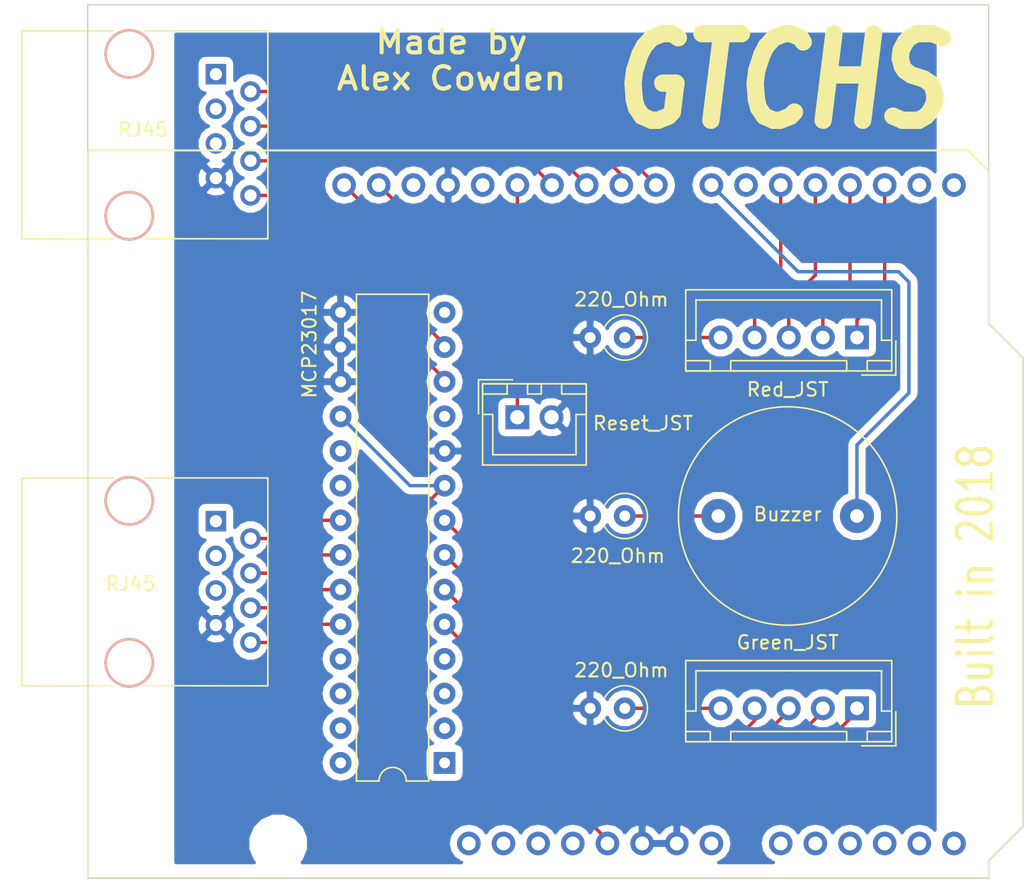
<source format=kicad_pcb>
(kicad_pcb (version 4) (host pcbnew 4.0.7)

  (general
    (links 37)
    (no_connects 0)
    (area 26.394999 51.257999 101.875001 115.766)
    (thickness 1.6)
    (drawings 14)
    (tracks 90)
    (zones 0)
    (modules 11)
    (nets 56)
  )

  (page A4)
  (layers
    (0 F.Cu signal)
    (31 B.Cu signal)
    (32 B.Adhes user)
    (33 F.Adhes user)
    (34 B.Paste user)
    (35 F.Paste user)
    (36 B.SilkS user)
    (37 F.SilkS user)
    (38 B.Mask user)
    (39 F.Mask user)
    (40 Dwgs.User user)
    (41 Cmts.User user)
    (42 Eco1.User user)
    (43 Eco2.User user)
    (44 Edge.Cuts user)
    (45 Margin user)
    (46 B.CrtYd user)
    (47 F.CrtYd user)
    (48 B.Fab user)
    (49 F.Fab user)
  )

  (setup
    (last_trace_width 0.25)
    (trace_clearance 0.2)
    (zone_clearance 0.508)
    (zone_45_only no)
    (trace_min 0.2)
    (segment_width 0.2)
    (edge_width 0.1)
    (via_size 0.6)
    (via_drill 0.4)
    (via_min_size 0.4)
    (via_min_drill 0.3)
    (uvia_size 0.3)
    (uvia_drill 0.1)
    (uvias_allowed no)
    (uvia_min_size 0.2)
    (uvia_min_drill 0.1)
    (pcb_text_width 0.3)
    (pcb_text_size 1.5 1.5)
    (mod_edge_width 0.15)
    (mod_text_size 1 1)
    (mod_text_width 0.15)
    (pad_size 1.5 1.5)
    (pad_drill 0.6)
    (pad_to_mask_clearance 0)
    (aux_axis_origin 0 0)
    (visible_elements 7FFFFFFF)
    (pcbplotparams
      (layerselection 0x00030_80000001)
      (usegerberextensions false)
      (excludeedgelayer true)
      (linewidth 0.100000)
      (plotframeref false)
      (viasonmask false)
      (mode 1)
      (useauxorigin false)
      (hpglpennumber 1)
      (hpglpenspeed 20)
      (hpglpendiameter 15)
      (hpglpenoverlay 2)
      (psnegative false)
      (psa4output false)
      (plotreference true)
      (plotvalue true)
      (plotinvisibletext false)
      (padsonsilk false)
      (subtractmaskfromsilk false)
      (outputformat 1)
      (mirror false)
      (drillshape 0)
      (scaleselection 1)
      (outputdirectory "Main Board gerber/"))
  )

  (net 0 "")
  (net 1 "Net-(220_Ohm1-Pad1)")
  (net 2 GND)
  (net 3 "Net-(220_Ohm2-Pad1)")
  (net 4 "Net-(220_Ohm3-Pad1)")
  (net 5 "Net-(ARD1-PadA0)")
  (net 6 "Net-(ARD1-PadVIN)")
  (net 7 "Net-(ARD1-Pad5V1)")
  (net 8 "Net-(ARD1-PadRST1)")
  (net 9 "Net-(ARD1-PadIORF)")
  (net 10 "Net-(ARD1-PadD0)")
  (net 11 "Net-(ARD1-PadD1)")
  (net 12 R_LED_1)
  (net 13 R_LED_2)
  (net 14 R_LED_3)
  (net 15 R_LED_4)
  (net 16 "Net-(ARD1-PadD6)")
  (net 17 BUZZER)
  (net 18 R_BTN_1)
  (net 19 R_BTN_2)
  (net 20 R_BTN_3)
  (net 21 CLOCK)
  (net 22 DATA)
  (net 23 "Net-(ARD1-PadAREF)")
  (net 24 "Net-(ARD1-PadD13)")
  (net 25 BTN_RESET)
  (net 26 R_BTN_4)
  (net 27 "Net-(ARD1-PadA1)")
  (net 28 "Net-(ARD1-PadA2)")
  (net 29 "Net-(ARD1-PadA3)")
  (net 30 "Net-(ARD1-PadA4)")
  (net 31 "Net-(ARD1-PadA5)")
  (net 32 G_BTN_4)
  (net 33 G_BTN_3)
  (net 34 G_BTN_2)
  (net 35 G_BTN_1)
  (net 36 G_LED_1)
  (net 37 G_LED_2)
  (net 38 G_LED_3)
  (net 39 G_LED_4)
  (net 40 "Net-(IOexpander1-Pad1)")
  (net 41 "Net-(IOexpander1-Pad2)")
  (net 42 "Net-(IOexpander1-Pad3)")
  (net 43 "Net-(IOexpander1-Pad4)")
  (net 44 "Net-(IOexpander1-Pad19)")
  (net 45 "Net-(IOexpander1-Pad20)")
  (net 46 "Net-(IOexpander1-Pad25)")
  (net 47 "Net-(IOexpander1-Pad26)")
  (net 48 "Net-(IOexpander1-Pad27)")
  (net 49 "Net-(IOexpander1-Pad28)")
  (net 50 "Net-(Green1-Pad1)")
  (net 51 "Net-(Green1-Pad3)")
  (net 52 "Net-(Green1-Pad5)")
  (net 53 "Net-(Red1-Pad1)")
  (net 54 "Net-(Red1-Pad3)")
  (net 55 "Net-(Red1-Pad5)")

  (net_class Default "This is the default net class."
    (clearance 0.2)
    (trace_width 0.25)
    (via_dia 0.6)
    (via_drill 0.4)
    (uvia_dia 0.3)
    (uvia_drill 0.1)
    (add_net BTN_RESET)
    (add_net BUZZER)
    (add_net CLOCK)
    (add_net DATA)
    (add_net GND)
    (add_net G_BTN_1)
    (add_net G_BTN_2)
    (add_net G_BTN_3)
    (add_net G_BTN_4)
    (add_net G_LED_1)
    (add_net G_LED_2)
    (add_net G_LED_3)
    (add_net G_LED_4)
    (add_net "Net-(220_Ohm1-Pad1)")
    (add_net "Net-(220_Ohm2-Pad1)")
    (add_net "Net-(220_Ohm3-Pad1)")
    (add_net "Net-(ARD1-Pad5V1)")
    (add_net "Net-(ARD1-PadA0)")
    (add_net "Net-(ARD1-PadA1)")
    (add_net "Net-(ARD1-PadA2)")
    (add_net "Net-(ARD1-PadA3)")
    (add_net "Net-(ARD1-PadA4)")
    (add_net "Net-(ARD1-PadA5)")
    (add_net "Net-(ARD1-PadAREF)")
    (add_net "Net-(ARD1-PadD0)")
    (add_net "Net-(ARD1-PadD1)")
    (add_net "Net-(ARD1-PadD13)")
    (add_net "Net-(ARD1-PadD6)")
    (add_net "Net-(ARD1-PadIORF)")
    (add_net "Net-(ARD1-PadRST1)")
    (add_net "Net-(ARD1-PadVIN)")
    (add_net "Net-(Green1-Pad1)")
    (add_net "Net-(Green1-Pad3)")
    (add_net "Net-(Green1-Pad5)")
    (add_net "Net-(IOexpander1-Pad1)")
    (add_net "Net-(IOexpander1-Pad19)")
    (add_net "Net-(IOexpander1-Pad2)")
    (add_net "Net-(IOexpander1-Pad20)")
    (add_net "Net-(IOexpander1-Pad25)")
    (add_net "Net-(IOexpander1-Pad26)")
    (add_net "Net-(IOexpander1-Pad27)")
    (add_net "Net-(IOexpander1-Pad28)")
    (add_net "Net-(IOexpander1-Pad3)")
    (add_net "Net-(IOexpander1-Pad4)")
    (add_net "Net-(Red1-Pad1)")
    (add_net "Net-(Red1-Pad3)")
    (add_net "Net-(Red1-Pad5)")
    (add_net R_BTN_1)
    (add_net R_BTN_2)
    (add_net R_BTN_3)
    (add_net R_BTN_4)
    (add_net R_LED_1)
    (add_net R_LED_2)
    (add_net R_LED_3)
    (add_net R_LED_4)
  )

  (module Arduino:Arduino_Uno_Shield (layer F.Cu) (tedit 5B931036) (tstamp 5B8C4CD4)
    (at 33.02 115.316)
    (descr https://store.arduino.cc/arduino-uno-rev3)
    (path /5B297367)
    (fp_text reference ARD1 (at 12.446 -43.434) (layer F.SilkS) hide
      (effects (font (size 1 1) (thickness 0.15)))
    )
    (fp_text value Arduino_Uno_Shield (at 8.636 -31.496) (layer F.Fab) hide
      (effects (font (size 1 1) (thickness 0.15)))
    )
    (fp_line (start 9.525 -32.385) (end -6.35 -32.385) (layer B.CrtYd) (width 0.15))
    (fp_line (start 9.525 -43.815) (end -6.35 -43.815) (layer B.CrtYd) (width 0.15))
    (fp_line (start 9.525 -43.815) (end 9.525 -32.385) (layer B.CrtYd) (width 0.15))
    (fp_line (start -6.35 -43.815) (end -6.35 -32.385) (layer B.CrtYd) (width 0.15))
    (fp_line (start 11.43 -12.065) (end 11.43 -3.175) (layer B.CrtYd) (width 0.15))
    (fp_line (start -1.905 -3.175) (end 11.43 -3.175) (layer B.CrtYd) (width 0.15))
    (fp_line (start -1.905 -12.065) (end -1.905 -3.175) (layer B.CrtYd) (width 0.15))
    (fp_line (start -1.905 -12.065) (end 11.43 -12.065) (layer B.CrtYd) (width 0.15))
    (fp_line (start 0 -53.34) (end 0 0) (layer F.SilkS) (width 0.15))
    (fp_line (start 66.04 -40.64) (end 66.04 -51.816) (layer F.SilkS) (width 0.15))
    (fp_line (start 68.58 -38.1) (end 66.04 -40.64) (layer F.SilkS) (width 0.15))
    (fp_line (start 68.58 -3.81) (end 68.58 -38.1) (layer F.SilkS) (width 0.15))
    (fp_line (start 66.04 -1.27) (end 68.58 -3.81) (layer F.SilkS) (width 0.15))
    (fp_line (start 66.04 0) (end 66.04 -1.27) (layer F.SilkS) (width 0.15))
    (fp_line (start 64.516 -53.34) (end 66.04 -51.816) (layer F.SilkS) (width 0.15))
    (fp_line (start 0 0) (end 66.04 0) (layer F.SilkS) (width 0.15))
    (fp_line (start 0 -53.34) (end 64.516 -53.34) (layer F.SilkS) (width 0.15))
    (pad A0 thru_hole oval (at 50.8 -2.54) (size 1.7272 1.7272) (drill 1.016) (layers *.Cu *.Mask)
      (net 5 "Net-(ARD1-PadA0)"))
    (pad VIN thru_hole oval (at 45.72 -2.54) (size 1.7272 1.7272) (drill 1.016) (layers *.Cu *.Mask)
      (net 6 "Net-(ARD1-PadVIN)"))
    (pad GND3 thru_hole oval (at 43.18 -2.54) (size 1.7272 1.7272) (drill 1.016) (layers *.Cu *.Mask)
      (net 2 GND))
    (pad GND2 thru_hole oval (at 40.64 -2.54) (size 1.7272 1.7272) (drill 1.016) (layers *.Cu *.Mask)
      (net 2 GND))
    (pad 5V1 thru_hole oval (at 38.1 -2.54) (size 1.7272 1.7272) (drill 1.016) (layers *.Cu *.Mask)
      (net 7 "Net-(ARD1-Pad5V1)"))
    (pad 3V3 thru_hole oval (at 35.56 -2.54) (size 1.7272 1.7272) (drill 1.016) (layers *.Cu *.Mask))
    (pad RST1 thru_hole oval (at 33.02 -2.54) (size 1.7272 1.7272) (drill 1.016) (layers *.Cu *.Mask)
      (net 8 "Net-(ARD1-PadRST1)"))
    (pad IORF thru_hole oval (at 30.48 -2.54) (size 1.7272 1.7272) (drill 1.016) (layers *.Cu *.Mask)
      (net 9 "Net-(ARD1-PadIORF)"))
    (pad D0 thru_hole oval (at 63.5 -50.8) (size 1.7272 1.7272) (drill 1.016) (layers *.Cu *.Mask)
      (net 10 "Net-(ARD1-PadD0)"))
    (pad D1 thru_hole oval (at 60.96 -50.8) (size 1.7272 1.7272) (drill 1.016) (layers *.Cu *.Mask)
      (net 11 "Net-(ARD1-PadD1)"))
    (pad D2 thru_hole oval (at 58.42 -50.8) (size 1.7272 1.7272) (drill 1.016) (layers *.Cu *.Mask)
      (net 12 R_LED_1))
    (pad D3 thru_hole oval (at 55.88 -50.8) (size 1.7272 1.7272) (drill 1.016) (layers *.Cu *.Mask)
      (net 13 R_LED_2))
    (pad D4 thru_hole oval (at 53.34 -50.8) (size 1.7272 1.7272) (drill 1.016) (layers *.Cu *.Mask)
      (net 14 R_LED_3))
    (pad D5 thru_hole oval (at 50.8 -50.8) (size 1.7272 1.7272) (drill 1.016) (layers *.Cu *.Mask)
      (net 15 R_LED_4))
    (pad D6 thru_hole oval (at 48.26 -50.8) (size 1.7272 1.7272) (drill 1.016) (layers *.Cu *.Mask)
      (net 16 "Net-(ARD1-PadD6)"))
    (pad D7 thru_hole oval (at 45.72 -50.8) (size 1.7272 1.7272) (drill 1.016) (layers *.Cu *.Mask)
      (net 17 BUZZER))
    (pad GND1 thru_hole oval (at 26.416 -50.8) (size 1.7272 1.7272) (drill 1.016) (layers *.Cu *.Mask)
      (net 2 GND))
    (pad D8 thru_hole oval (at 41.656 -50.8) (size 1.7272 1.7272) (drill 1.016) (layers *.Cu *.Mask)
      (net 18 R_BTN_1))
    (pad D9 thru_hole oval (at 39.116 -50.8) (size 1.7272 1.7272) (drill 1.016) (layers *.Cu *.Mask)
      (net 19 R_BTN_2))
    (pad D10 thru_hole oval (at 36.576 -50.8) (size 1.7272 1.7272) (drill 1.016) (layers *.Cu *.Mask)
      (net 20 R_BTN_3))
    (pad "" np_thru_hole circle (at 66.04 -7.62) (size 3.2 3.2) (drill 3.2) (layers *.Cu *.Mask))
    (pad "" np_thru_hole circle (at 66.04 -35.56) (size 3.2 3.2) (drill 3.2) (layers *.Cu *.Mask))
    (pad "" np_thru_hole circle (at 13.97 -2.54) (size 3.2 3.2) (drill 3.2) (layers *.Cu *.Mask))
    (pad SCL thru_hole oval (at 18.796 -50.8) (size 1.7272 1.7272) (drill 1.016) (layers *.Cu *.Mask)
      (net 21 CLOCK))
    (pad SDA thru_hole oval (at 21.336 -50.8) (size 1.7272 1.7272) (drill 1.016) (layers *.Cu *.Mask)
      (net 22 DATA))
    (pad AREF thru_hole oval (at 23.876 -50.8) (size 1.7272 1.7272) (drill 1.016) (layers *.Cu *.Mask)
      (net 23 "Net-(ARD1-PadAREF)"))
    (pad D13 thru_hole oval (at 28.956 -50.8) (size 1.7272 1.7272) (drill 1.016) (layers *.Cu *.Mask)
      (net 24 "Net-(ARD1-PadD13)"))
    (pad D12 thru_hole oval (at 31.496 -50.8) (size 1.7272 1.7272) (drill 1.016) (layers *.Cu *.Mask)
      (net 25 BTN_RESET))
    (pad D11 thru_hole oval (at 34.036 -50.8) (size 1.7272 1.7272) (drill 1.016) (layers *.Cu *.Mask)
      (net 26 R_BTN_4))
    (pad "" thru_hole oval (at 27.94 -2.54) (size 1.7272 1.7272) (drill 1.016) (layers *.Cu *.Mask))
    (pad A1 thru_hole oval (at 53.34 -2.54) (size 1.7272 1.7272) (drill 1.016) (layers *.Cu *.Mask)
      (net 27 "Net-(ARD1-PadA1)"))
    (pad A2 thru_hole oval (at 55.88 -2.54) (size 1.7272 1.7272) (drill 1.016) (layers *.Cu *.Mask)
      (net 28 "Net-(ARD1-PadA2)"))
    (pad A3 thru_hole oval (at 58.42 -2.54) (size 1.7272 1.7272) (drill 1.016) (layers *.Cu *.Mask)
      (net 29 "Net-(ARD1-PadA3)"))
    (pad A4 thru_hole oval (at 60.96 -2.54) (size 1.7272 1.7272) (drill 1.016) (layers *.Cu *.Mask)
      (net 30 "Net-(ARD1-PadA4)"))
    (pad A5 thru_hole oval (at 63.5 -2.54) (size 1.7272 1.7272) (drill 1.016) (layers *.Cu *.Mask)
      (net 31 "Net-(ARD1-PadA5)"))
  )

  (module Resistors_THT:R_Axial_DIN0309_L9.0mm_D3.2mm_P2.54mm_Vertical (layer F.Cu) (tedit 5B930E03) (tstamp 5B8C4C7A)
    (at 72.39 75.692 180)
    (descr "Resistor, Axial_DIN0309 series, Axial, Vertical, pin pitch=2.54mm, 0.5W = 1/2W, length*diameter=9*3.2mm^2, http://cdn-reichelt.de/documents/datenblatt/B400/1_4W%23YAG.pdf")
    (tags "Resistor Axial_DIN0309 series Axial Vertical pin pitch 2.54mm 0.5W = 1/2W length 9mm diameter 3.2mm")
    (path /5B3280C2)
    (fp_text reference 220_Ohm (at 0.254 2.794 180) (layer F.SilkS)
      (effects (font (size 1 1) (thickness 0.15)))
    )
    (fp_text value R (at -2.54 -3.302 180) (layer F.Fab) hide
      (effects (font (size 1 1) (thickness 0.15)))
    )
    (fp_arc (start 0 0) (end 1.45451 -0.8) (angle -302.4) (layer F.SilkS) (width 0.12))
    (fp_circle (center 0 0) (end 1.6 0) (layer F.Fab) (width 0.1))
    (fp_line (start 0 0) (end 2.54 0) (layer F.Fab) (width 0.1))
    (fp_line (start -1.95 -1.95) (end -1.95 1.95) (layer F.CrtYd) (width 0.05))
    (fp_line (start -1.95 1.95) (end 3.65 1.95) (layer F.CrtYd) (width 0.05))
    (fp_line (start 3.65 1.95) (end 3.65 -1.95) (layer F.CrtYd) (width 0.05))
    (fp_line (start 3.65 -1.95) (end -1.95 -1.95) (layer F.CrtYd) (width 0.05))
    (pad 1 thru_hole circle (at 0 0 180) (size 1.6 1.6) (drill 0.8) (layers *.Cu *.Mask)
      (net 1 "Net-(220_Ohm1-Pad1)"))
    (pad 2 thru_hole oval (at 2.54 0 180) (size 1.6 1.6) (drill 0.8) (layers *.Cu *.Mask)
      (net 2 GND))
    (model ${KISYS3DMOD}/Resistors_THT.3dshapes/R_Axial_DIN0309_L9.0mm_D3.2mm_P2.54mm_Vertical.wrl
      (at (xyz 0 0 0))
      (scale (xyz 0.393701 0.393701 0.393701))
      (rotate (xyz 0 0 0))
    )
  )

  (module Resistors_THT:R_Axial_DIN0309_L9.0mm_D3.2mm_P2.54mm_Vertical (layer F.Cu) (tedit 5B930BE3) (tstamp 5B8C4C87)
    (at 72.39 102.87 180)
    (descr "Resistor, Axial_DIN0309 series, Axial, Vertical, pin pitch=2.54mm, 0.5W = 1/2W, length*diameter=9*3.2mm^2, http://cdn-reichelt.de/documents/datenblatt/B400/1_4W%23YAG.pdf")
    (tags "Resistor Axial_DIN0309 series Axial Vertical pin pitch 2.54mm 0.5W = 1/2W length 9mm diameter 3.2mm")
    (path /5B2802E4)
    (fp_text reference 220_Ohm (at 0.254 2.794 180) (layer F.SilkS)
      (effects (font (size 1 1) (thickness 0.15)))
    )
    (fp_text value R (at 1.27 -2.794 180) (layer F.Fab) hide
      (effects (font (size 1 1) (thickness 0.15)))
    )
    (fp_arc (start 0 0) (end 1.45451 -0.8) (angle -302.4) (layer F.SilkS) (width 0.12))
    (fp_circle (center 0 0) (end 1.6 0) (layer F.Fab) (width 0.1))
    (fp_line (start 0 0) (end 2.54 0) (layer F.Fab) (width 0.1))
    (fp_line (start -1.95 -1.95) (end -1.95 1.95) (layer F.CrtYd) (width 0.05))
    (fp_line (start -1.95 1.95) (end 3.65 1.95) (layer F.CrtYd) (width 0.05))
    (fp_line (start 3.65 1.95) (end 3.65 -1.95) (layer F.CrtYd) (width 0.05))
    (fp_line (start 3.65 -1.95) (end -1.95 -1.95) (layer F.CrtYd) (width 0.05))
    (pad 1 thru_hole circle (at 0 0 180) (size 1.6 1.6) (drill 0.8) (layers *.Cu *.Mask)
      (net 3 "Net-(220_Ohm2-Pad1)"))
    (pad 2 thru_hole oval (at 2.54 0 180) (size 1.6 1.6) (drill 0.8) (layers *.Cu *.Mask)
      (net 2 GND))
    (model ${KISYS3DMOD}/Resistors_THT.3dshapes/R_Axial_DIN0309_L9.0mm_D3.2mm_P2.54mm_Vertical.wrl
      (at (xyz 0 0 0))
      (scale (xyz 0.393701 0.393701 0.393701))
      (rotate (xyz 0 0 0))
    )
  )

  (module Resistors_THT:R_Axial_DIN0309_L9.0mm_D3.2mm_P2.54mm_Vertical (layer F.Cu) (tedit 5B930E07) (tstamp 5B8C4C94)
    (at 72.39 88.773 180)
    (descr "Resistor, Axial_DIN0309 series, Axial, Vertical, pin pitch=2.54mm, 0.5W = 1/2W, length*diameter=9*3.2mm^2, http://cdn-reichelt.de/documents/datenblatt/B400/1_4W%23YAG.pdf")
    (tags "Resistor Axial_DIN0309 series Axial Vertical pin pitch 2.54mm 0.5W = 1/2W length 9mm diameter 3.2mm")
    (path /5B280FD1)
    (fp_text reference 220_Ohm (at 0.508 -2.921 180) (layer F.SilkS)
      (effects (font (size 1 1) (thickness 0.15)))
    )
    (fp_text value R (at -1.524 3.175 180) (layer F.Fab) hide
      (effects (font (size 1 1) (thickness 0.15)))
    )
    (fp_arc (start 0 0) (end 1.45451 -0.8) (angle -302.4) (layer F.SilkS) (width 0.12))
    (fp_circle (center 0 0) (end 1.6 0) (layer F.Fab) (width 0.1))
    (fp_line (start 0 0) (end 2.54 0) (layer F.Fab) (width 0.1))
    (fp_line (start -1.95 -1.95) (end -1.95 1.95) (layer F.CrtYd) (width 0.05))
    (fp_line (start -1.95 1.95) (end 3.65 1.95) (layer F.CrtYd) (width 0.05))
    (fp_line (start 3.65 1.95) (end 3.65 -1.95) (layer F.CrtYd) (width 0.05))
    (fp_line (start 3.65 -1.95) (end -1.95 -1.95) (layer F.CrtYd) (width 0.05))
    (pad 1 thru_hole circle (at 0 0 180) (size 1.6 1.6) (drill 0.8) (layers *.Cu *.Mask)
      (net 4 "Net-(220_Ohm3-Pad1)"))
    (pad 2 thru_hole oval (at 2.54 0 180) (size 1.6 1.6) (drill 0.8) (layers *.Cu *.Mask)
      (net 2 GND))
    (model ${KISYS3DMOD}/Resistors_THT.3dshapes/R_Axial_DIN0309_L9.0mm_D3.2mm_P2.54mm_Vertical.wrl
      (at (xyz 0 0 0))
      (scale (xyz 0.393701 0.393701 0.393701))
      (rotate (xyz 0 0 0))
    )
  )

  (module Connectors_JST:JST_XH_B05B-XH-A_05x2.50mm_Straight (layer F.Cu) (tedit 5B930C30) (tstamp 5B8C4DDC)
    (at 89.408 102.87 180)
    (descr "JST XH series connector, B05B-XH-A, top entry type, through hole")
    (tags "connector jst xh tht top vertical 2.50mm")
    (path /5B32833D)
    (fp_text reference Green_JST (at 5.08 4.826 180) (layer F.SilkS)
      (effects (font (size 1 1) (thickness 0.15)))
    )
    (fp_text value Conn_01x05 (at 4.572 -3.81 180) (layer F.Fab) hide
      (effects (font (size 1 1) (thickness 0.15)))
    )
    (fp_line (start -2.45 -2.35) (end -2.45 3.4) (layer F.Fab) (width 0.1))
    (fp_line (start -2.45 3.4) (end 12.45 3.4) (layer F.Fab) (width 0.1))
    (fp_line (start 12.45 3.4) (end 12.45 -2.35) (layer F.Fab) (width 0.1))
    (fp_line (start 12.45 -2.35) (end -2.45 -2.35) (layer F.Fab) (width 0.1))
    (fp_line (start -2.95 -2.85) (end -2.95 3.9) (layer F.CrtYd) (width 0.05))
    (fp_line (start -2.95 3.9) (end 12.95 3.9) (layer F.CrtYd) (width 0.05))
    (fp_line (start 12.95 3.9) (end 12.95 -2.85) (layer F.CrtYd) (width 0.05))
    (fp_line (start 12.95 -2.85) (end -2.95 -2.85) (layer F.CrtYd) (width 0.05))
    (fp_line (start -2.55 -2.45) (end -2.55 3.5) (layer F.SilkS) (width 0.12))
    (fp_line (start -2.55 3.5) (end 12.55 3.5) (layer F.SilkS) (width 0.12))
    (fp_line (start 12.55 3.5) (end 12.55 -2.45) (layer F.SilkS) (width 0.12))
    (fp_line (start 12.55 -2.45) (end -2.55 -2.45) (layer F.SilkS) (width 0.12))
    (fp_line (start 0.75 -2.45) (end 0.75 -1.7) (layer F.SilkS) (width 0.12))
    (fp_line (start 0.75 -1.7) (end 9.25 -1.7) (layer F.SilkS) (width 0.12))
    (fp_line (start 9.25 -1.7) (end 9.25 -2.45) (layer F.SilkS) (width 0.12))
    (fp_line (start 9.25 -2.45) (end 0.75 -2.45) (layer F.SilkS) (width 0.12))
    (fp_line (start -2.55 -2.45) (end -2.55 -1.7) (layer F.SilkS) (width 0.12))
    (fp_line (start -2.55 -1.7) (end -0.75 -1.7) (layer F.SilkS) (width 0.12))
    (fp_line (start -0.75 -1.7) (end -0.75 -2.45) (layer F.SilkS) (width 0.12))
    (fp_line (start -0.75 -2.45) (end -2.55 -2.45) (layer F.SilkS) (width 0.12))
    (fp_line (start 10.75 -2.45) (end 10.75 -1.7) (layer F.SilkS) (width 0.12))
    (fp_line (start 10.75 -1.7) (end 12.55 -1.7) (layer F.SilkS) (width 0.12))
    (fp_line (start 12.55 -1.7) (end 12.55 -2.45) (layer F.SilkS) (width 0.12))
    (fp_line (start 12.55 -2.45) (end 10.75 -2.45) (layer F.SilkS) (width 0.12))
    (fp_line (start -2.55 -0.2) (end -1.8 -0.2) (layer F.SilkS) (width 0.12))
    (fp_line (start -1.8 -0.2) (end -1.8 2.75) (layer F.SilkS) (width 0.12))
    (fp_line (start -1.8 2.75) (end 5 2.75) (layer F.SilkS) (width 0.12))
    (fp_line (start 12.55 -0.2) (end 11.8 -0.2) (layer F.SilkS) (width 0.12))
    (fp_line (start 11.8 -0.2) (end 11.8 2.75) (layer F.SilkS) (width 0.12))
    (fp_line (start 11.8 2.75) (end 5 2.75) (layer F.SilkS) (width 0.12))
    (fp_line (start -0.35 -2.75) (end -2.85 -2.75) (layer F.SilkS) (width 0.12))
    (fp_line (start -2.85 -2.75) (end -2.85 -0.25) (layer F.SilkS) (width 0.12))
    (fp_line (start -0.35 -2.75) (end -2.85 -2.75) (layer F.Fab) (width 0.1))
    (fp_line (start -2.85 -2.75) (end -2.85 -0.25) (layer F.Fab) (width 0.1))
    (fp_text user %R (at -4.318 1.016 270) (layer F.Fab) hide
      (effects (font (size 1 1) (thickness 0.15)))
    )
    (pad 1 thru_hole rect (at 0 0 180) (size 1.75 1.75) (drill 1) (layers *.Cu *.Mask)
      (net 36 G_LED_1))
    (pad 2 thru_hole circle (at 2.5 0 180) (size 1.75 1.75) (drill 1) (layers *.Cu *.Mask)
      (net 37 G_LED_2))
    (pad 3 thru_hole circle (at 5 0 180) (size 1.75 1.75) (drill 1) (layers *.Cu *.Mask)
      (net 38 G_LED_3))
    (pad 4 thru_hole circle (at 7.5 0 180) (size 1.75 1.75) (drill 1) (layers *.Cu *.Mask)
      (net 39 G_LED_4))
    (pad 5 thru_hole circle (at 10 0 180) (size 1.75 1.75) (drill 1) (layers *.Cu *.Mask)
      (net 3 "Net-(220_Ohm2-Pad1)"))
    (model Connectors_JST.3dshapes/JST_XH_B05B-XH-A_05x2.50mm_Straight.wrl
      (at (xyz 0 0 0))
      (scale (xyz 1 1 1))
      (rotate (xyz 0 0 0))
    )
  )

  (module Housings_DIP:DIP-28_W7.62mm (layer F.Cu) (tedit 5B930CF7) (tstamp 5B8C4E38)
    (at 59.182 106.8705 180)
    (descr "28-lead though-hole mounted DIP package, row spacing 7.62 mm (300 mils)")
    (tags "THT DIP DIL PDIP 2.54mm 7.62mm 300mil")
    (path /5B3530FB)
    (fp_text reference IOexpander1 (at 3.81 -2.33 180) (layer F.SilkS) hide
      (effects (font (size 1 1) (thickness 0.15)))
    )
    (fp_text value MCP23017 (at 9.906 30.6705 270) (layer F.SilkS)
      (effects (font (size 1 1) (thickness 0.15)))
    )
    (fp_arc (start 3.81 -1.33) (end 2.81 -1.33) (angle -180) (layer F.SilkS) (width 0.12))
    (fp_line (start 1.635 -1.27) (end 6.985 -1.27) (layer F.Fab) (width 0.1))
    (fp_line (start 6.985 -1.27) (end 6.985 34.29) (layer F.Fab) (width 0.1))
    (fp_line (start 6.985 34.29) (end 0.635 34.29) (layer F.Fab) (width 0.1))
    (fp_line (start 0.635 34.29) (end 0.635 -0.27) (layer F.Fab) (width 0.1))
    (fp_line (start 0.635 -0.27) (end 1.635 -1.27) (layer F.Fab) (width 0.1))
    (fp_line (start 2.81 -1.33) (end 1.16 -1.33) (layer F.SilkS) (width 0.12))
    (fp_line (start 1.16 -1.33) (end 1.16 34.35) (layer F.SilkS) (width 0.12))
    (fp_line (start 1.16 34.35) (end 6.46 34.35) (layer F.SilkS) (width 0.12))
    (fp_line (start 6.46 34.35) (end 6.46 -1.33) (layer F.SilkS) (width 0.12))
    (fp_line (start 6.46 -1.33) (end 4.81 -1.33) (layer F.SilkS) (width 0.12))
    (fp_line (start -1.1 -1.55) (end -1.1 34.55) (layer F.CrtYd) (width 0.05))
    (fp_line (start -1.1 34.55) (end 8.7 34.55) (layer F.CrtYd) (width 0.05))
    (fp_line (start 8.7 34.55) (end 8.7 -1.55) (layer F.CrtYd) (width 0.05))
    (fp_line (start 8.7 -1.55) (end -1.1 -1.55) (layer F.CrtYd) (width 0.05))
    (fp_text user %R (at 3.81 16.51 180) (layer F.Fab) hide
      (effects (font (size 1 1) (thickness 0.15)))
    )
    (pad 1 thru_hole rect (at 0 0 180) (size 1.6 1.6) (drill 0.8) (layers *.Cu *.Mask)
      (net 40 "Net-(IOexpander1-Pad1)"))
    (pad 15 thru_hole oval (at 7.62 33.02 180) (size 1.6 1.6) (drill 0.8) (layers *.Cu *.Mask)
      (net 2 GND))
    (pad 2 thru_hole oval (at 0 2.54 180) (size 1.6 1.6) (drill 0.8) (layers *.Cu *.Mask)
      (net 41 "Net-(IOexpander1-Pad2)"))
    (pad 16 thru_hole oval (at 7.62 30.48 180) (size 1.6 1.6) (drill 0.8) (layers *.Cu *.Mask)
      (net 2 GND))
    (pad 3 thru_hole oval (at 0 5.08 180) (size 1.6 1.6) (drill 0.8) (layers *.Cu *.Mask)
      (net 42 "Net-(IOexpander1-Pad3)"))
    (pad 17 thru_hole oval (at 7.62 27.94 180) (size 1.6 1.6) (drill 0.8) (layers *.Cu *.Mask)
      (net 2 GND))
    (pad 4 thru_hole oval (at 0 7.62 180) (size 1.6 1.6) (drill 0.8) (layers *.Cu *.Mask)
      (net 43 "Net-(IOexpander1-Pad4)"))
    (pad 18 thru_hole oval (at 7.62 25.4 180) (size 1.6 1.6) (drill 0.8) (layers *.Cu *.Mask)
      (net 7 "Net-(ARD1-Pad5V1)"))
    (pad 5 thru_hole oval (at 0 10.16 180) (size 1.6 1.6) (drill 0.8) (layers *.Cu *.Mask)
      (net 36 G_LED_1))
    (pad 19 thru_hole oval (at 7.62 22.86 180) (size 1.6 1.6) (drill 0.8) (layers *.Cu *.Mask)
      (net 44 "Net-(IOexpander1-Pad19)"))
    (pad 6 thru_hole oval (at 0 12.7 180) (size 1.6 1.6) (drill 0.8) (layers *.Cu *.Mask)
      (net 37 G_LED_2))
    (pad 20 thru_hole oval (at 7.62 20.32 180) (size 1.6 1.6) (drill 0.8) (layers *.Cu *.Mask)
      (net 45 "Net-(IOexpander1-Pad20)"))
    (pad 7 thru_hole oval (at 0 15.24 180) (size 1.6 1.6) (drill 0.8) (layers *.Cu *.Mask)
      (net 38 G_LED_3))
    (pad 21 thru_hole oval (at 7.62 17.78 180) (size 1.6 1.6) (drill 0.8) (layers *.Cu *.Mask)
      (net 35 G_BTN_1))
    (pad 8 thru_hole oval (at 0 17.78 180) (size 1.6 1.6) (drill 0.8) (layers *.Cu *.Mask)
      (net 39 G_LED_4))
    (pad 22 thru_hole oval (at 7.62 15.24 180) (size 1.6 1.6) (drill 0.8) (layers *.Cu *.Mask)
      (net 34 G_BTN_2))
    (pad 9 thru_hole oval (at 0 20.32 180) (size 1.6 1.6) (drill 0.8) (layers *.Cu *.Mask)
      (net 7 "Net-(ARD1-Pad5V1)"))
    (pad 23 thru_hole oval (at 7.62 12.7 180) (size 1.6 1.6) (drill 0.8) (layers *.Cu *.Mask)
      (net 33 G_BTN_3))
    (pad 10 thru_hole oval (at 0 22.86 180) (size 1.6 1.6) (drill 0.8) (layers *.Cu *.Mask)
      (net 2 GND))
    (pad 24 thru_hole oval (at 7.62 10.16 180) (size 1.6 1.6) (drill 0.8) (layers *.Cu *.Mask)
      (net 32 G_BTN_4))
    (pad 11 thru_hole oval (at 0 25.4 180) (size 1.6 1.6) (drill 0.8) (layers *.Cu *.Mask))
    (pad 25 thru_hole oval (at 7.62 7.62 180) (size 1.6 1.6) (drill 0.8) (layers *.Cu *.Mask)
      (net 46 "Net-(IOexpander1-Pad25)"))
    (pad 12 thru_hole oval (at 0 27.94 180) (size 1.6 1.6) (drill 0.8) (layers *.Cu *.Mask)
      (net 21 CLOCK))
    (pad 26 thru_hole oval (at 7.62 5.08 180) (size 1.6 1.6) (drill 0.8) (layers *.Cu *.Mask)
      (net 47 "Net-(IOexpander1-Pad26)"))
    (pad 13 thru_hole oval (at 0 30.48 180) (size 1.6 1.6) (drill 0.8) (layers *.Cu *.Mask)
      (net 22 DATA))
    (pad 27 thru_hole oval (at 7.62 2.54 180) (size 1.6 1.6) (drill 0.8) (layers *.Cu *.Mask)
      (net 48 "Net-(IOexpander1-Pad27)"))
    (pad 14 thru_hole oval (at 0 33.02 180) (size 1.6 1.6) (drill 0.8) (layers *.Cu *.Mask))
    (pad 28 thru_hole oval (at 7.62 0 180) (size 1.6 1.6) (drill 0.8) (layers *.Cu *.Mask)
      (net 49 "Net-(IOexpander1-Pad28)"))
    (model ${KISYS3DMOD}/Housings_DIP.3dshapes/DIP-28_W7.62mm.wrl
      (at (xyz 0 0 0))
      (scale (xyz 1 1 1))
      (rotate (xyz 0 0 0))
    )
  )

  (module Connectors_JST:JST_XH_B05B-XH-A_05x2.50mm_Straight (layer F.Cu) (tedit 5B930C05) (tstamp 5B8C4F6C)
    (at 89.408 75.692 180)
    (descr "JST XH series connector, B05B-XH-A, top entry type, through hole")
    (tags "connector jst xh tht top vertical 2.50mm")
    (path /5B328291)
    (fp_text reference Red_JST (at 5.08 -3.81 180) (layer F.SilkS)
      (effects (font (size 1 1) (thickness 0.15)))
    )
    (fp_text value Conn_01x05 (at 5 4.5 180) (layer F.Fab) hide
      (effects (font (size 1 1) (thickness 0.15)))
    )
    (fp_line (start -2.45 -2.35) (end -2.45 3.4) (layer F.Fab) (width 0.1))
    (fp_line (start -2.45 3.4) (end 12.45 3.4) (layer F.Fab) (width 0.1))
    (fp_line (start 12.45 3.4) (end 12.45 -2.35) (layer F.Fab) (width 0.1))
    (fp_line (start 12.45 -2.35) (end -2.45 -2.35) (layer F.Fab) (width 0.1))
    (fp_line (start -2.95 -2.85) (end -2.95 3.9) (layer F.CrtYd) (width 0.05))
    (fp_line (start -2.95 3.9) (end 12.95 3.9) (layer F.CrtYd) (width 0.05))
    (fp_line (start 12.95 3.9) (end 12.95 -2.85) (layer F.CrtYd) (width 0.05))
    (fp_line (start 12.95 -2.85) (end -2.95 -2.85) (layer F.CrtYd) (width 0.05))
    (fp_line (start -2.55 -2.45) (end -2.55 3.5) (layer F.SilkS) (width 0.12))
    (fp_line (start -2.55 3.5) (end 12.55 3.5) (layer F.SilkS) (width 0.12))
    (fp_line (start 12.55 3.5) (end 12.55 -2.45) (layer F.SilkS) (width 0.12))
    (fp_line (start 12.55 -2.45) (end -2.55 -2.45) (layer F.SilkS) (width 0.12))
    (fp_line (start 0.75 -2.45) (end 0.75 -1.7) (layer F.SilkS) (width 0.12))
    (fp_line (start 0.75 -1.7) (end 9.25 -1.7) (layer F.SilkS) (width 0.12))
    (fp_line (start 9.25 -1.7) (end 9.25 -2.45) (layer F.SilkS) (width 0.12))
    (fp_line (start 9.25 -2.45) (end 0.75 -2.45) (layer F.SilkS) (width 0.12))
    (fp_line (start -2.55 -2.45) (end -2.55 -1.7) (layer F.SilkS) (width 0.12))
    (fp_line (start -2.55 -1.7) (end -0.75 -1.7) (layer F.SilkS) (width 0.12))
    (fp_line (start -0.75 -1.7) (end -0.75 -2.45) (layer F.SilkS) (width 0.12))
    (fp_line (start -0.75 -2.45) (end -2.55 -2.45) (layer F.SilkS) (width 0.12))
    (fp_line (start 10.75 -2.45) (end 10.75 -1.7) (layer F.SilkS) (width 0.12))
    (fp_line (start 10.75 -1.7) (end 12.55 -1.7) (layer F.SilkS) (width 0.12))
    (fp_line (start 12.55 -1.7) (end 12.55 -2.45) (layer F.SilkS) (width 0.12))
    (fp_line (start 12.55 -2.45) (end 10.75 -2.45) (layer F.SilkS) (width 0.12))
    (fp_line (start -2.55 -0.2) (end -1.8 -0.2) (layer F.SilkS) (width 0.12))
    (fp_line (start -1.8 -0.2) (end -1.8 2.75) (layer F.SilkS) (width 0.12))
    (fp_line (start -1.8 2.75) (end 5 2.75) (layer F.SilkS) (width 0.12))
    (fp_line (start 12.55 -0.2) (end 11.8 -0.2) (layer F.SilkS) (width 0.12))
    (fp_line (start 11.8 -0.2) (end 11.8 2.75) (layer F.SilkS) (width 0.12))
    (fp_line (start 11.8 2.75) (end 5 2.75) (layer F.SilkS) (width 0.12))
    (fp_line (start -0.35 -2.75) (end -2.85 -2.75) (layer F.SilkS) (width 0.12))
    (fp_line (start -2.85 -2.75) (end -2.85 -0.25) (layer F.SilkS) (width 0.12))
    (fp_line (start -0.35 -2.75) (end -2.85 -2.75) (layer F.Fab) (width 0.1))
    (fp_line (start -2.85 -2.75) (end -2.85 -0.25) (layer F.Fab) (width 0.1))
    (fp_text user %R (at 5 2.5 180) (layer F.Fab) hide
      (effects (font (size 1 1) (thickness 0.15)))
    )
    (pad 1 thru_hole rect (at 0 0 180) (size 1.75 1.75) (drill 1) (layers *.Cu *.Mask)
      (net 12 R_LED_1))
    (pad 2 thru_hole circle (at 2.5 0 180) (size 1.75 1.75) (drill 1) (layers *.Cu *.Mask)
      (net 13 R_LED_2))
    (pad 3 thru_hole circle (at 5 0 180) (size 1.75 1.75) (drill 1) (layers *.Cu *.Mask)
      (net 14 R_LED_3))
    (pad 4 thru_hole circle (at 7.5 0 180) (size 1.75 1.75) (drill 1) (layers *.Cu *.Mask)
      (net 15 R_LED_4))
    (pad 5 thru_hole circle (at 10 0 180) (size 1.75 1.75) (drill 1) (layers *.Cu *.Mask)
      (net 1 "Net-(220_Ohm1-Pad1)"))
    (model Connectors_JST.3dshapes/JST_XH_B05B-XH-A_05x2.50mm_Straight.wrl
      (at (xyz 0 0 0))
      (scale (xyz 1 1 1))
      (rotate (xyz 0 0 0))
    )
  )

  (module Connectors_JST:JST_XH_B02B-XH-A_02x2.50mm_Straight (layer F.Cu) (tedit 5B9313C8) (tstamp 5B8C4FE7)
    (at 64.516 81.534)
    (descr "JST XH series connector, B02B-XH-A, top entry type, through hole")
    (tags "connector jst xh tht top vertical 2.50mm")
    (path /5B32D7E1)
    (fp_text reference Reset_JST (at 9.2075 0.4445) (layer F.SilkS)
      (effects (font (size 1 1) (thickness 0.15)))
    )
    (fp_text value Conn_01x02 (at 0 -3.81 180) (layer F.Fab) hide
      (effects (font (size 1 1) (thickness 0.15)))
    )
    (fp_line (start -2.45 -2.35) (end -2.45 3.4) (layer F.Fab) (width 0.1))
    (fp_line (start -2.45 3.4) (end 4.95 3.4) (layer F.Fab) (width 0.1))
    (fp_line (start 4.95 3.4) (end 4.95 -2.35) (layer F.Fab) (width 0.1))
    (fp_line (start 4.95 -2.35) (end -2.45 -2.35) (layer F.Fab) (width 0.1))
    (fp_line (start -2.95 -2.85) (end -2.95 3.9) (layer F.CrtYd) (width 0.05))
    (fp_line (start -2.95 3.9) (end 5.45 3.9) (layer F.CrtYd) (width 0.05))
    (fp_line (start 5.45 3.9) (end 5.45 -2.85) (layer F.CrtYd) (width 0.05))
    (fp_line (start 5.45 -2.85) (end -2.95 -2.85) (layer F.CrtYd) (width 0.05))
    (fp_line (start -2.55 -2.45) (end -2.55 3.5) (layer F.SilkS) (width 0.12))
    (fp_line (start -2.55 3.5) (end 5.05 3.5) (layer F.SilkS) (width 0.12))
    (fp_line (start 5.05 3.5) (end 5.05 -2.45) (layer F.SilkS) (width 0.12))
    (fp_line (start 5.05 -2.45) (end -2.55 -2.45) (layer F.SilkS) (width 0.12))
    (fp_line (start 0.75 -2.45) (end 0.75 -1.7) (layer F.SilkS) (width 0.12))
    (fp_line (start 0.75 -1.7) (end 1.75 -1.7) (layer F.SilkS) (width 0.12))
    (fp_line (start 1.75 -1.7) (end 1.75 -2.45) (layer F.SilkS) (width 0.12))
    (fp_line (start 1.75 -2.45) (end 0.75 -2.45) (layer F.SilkS) (width 0.12))
    (fp_line (start -2.55 -2.45) (end -2.55 -1.7) (layer F.SilkS) (width 0.12))
    (fp_line (start -2.55 -1.7) (end -0.75 -1.7) (layer F.SilkS) (width 0.12))
    (fp_line (start -0.75 -1.7) (end -0.75 -2.45) (layer F.SilkS) (width 0.12))
    (fp_line (start -0.75 -2.45) (end -2.55 -2.45) (layer F.SilkS) (width 0.12))
    (fp_line (start 3.25 -2.45) (end 3.25 -1.7) (layer F.SilkS) (width 0.12))
    (fp_line (start 3.25 -1.7) (end 5.05 -1.7) (layer F.SilkS) (width 0.12))
    (fp_line (start 5.05 -1.7) (end 5.05 -2.45) (layer F.SilkS) (width 0.12))
    (fp_line (start 5.05 -2.45) (end 3.25 -2.45) (layer F.SilkS) (width 0.12))
    (fp_line (start -2.55 -0.2) (end -1.8 -0.2) (layer F.SilkS) (width 0.12))
    (fp_line (start -1.8 -0.2) (end -1.8 2.75) (layer F.SilkS) (width 0.12))
    (fp_line (start -1.8 2.75) (end 1.25 2.75) (layer F.SilkS) (width 0.12))
    (fp_line (start 5.05 -0.2) (end 4.3 -0.2) (layer F.SilkS) (width 0.12))
    (fp_line (start 4.3 -0.2) (end 4.3 2.75) (layer F.SilkS) (width 0.12))
    (fp_line (start 4.3 2.75) (end 1.25 2.75) (layer F.SilkS) (width 0.12))
    (fp_line (start -0.35 -2.75) (end -2.85 -2.75) (layer F.SilkS) (width 0.12))
    (fp_line (start -2.85 -2.75) (end -2.85 -0.25) (layer F.SilkS) (width 0.12))
    (fp_line (start -0.35 -2.75) (end -2.85 -2.75) (layer F.Fab) (width 0.1))
    (fp_line (start -2.85 -2.75) (end -2.85 -0.25) (layer F.Fab) (width 0.1))
    (fp_text user %R (at 0.508 5.08) (layer F.Fab) hide
      (effects (font (size 1 1) (thickness 0.15)))
    )
    (pad 1 thru_hole rect (at 0 0) (size 1.75 1.75) (drill 1.05) (layers *.Cu *.Mask)
      (net 25 BTN_RESET))
    (pad 2 thru_hole circle (at 2.5 0) (size 1.75 1.75) (drill 1.05) (layers *.Cu *.Mask)
      (net 2 GND))
    (model Connectors_JST.3dshapes/JST_XH_B02B-XH-A_02x2.50mm_Straight.wrl
      (at (xyz 0 0 0))
      (scale (xyz 1 1 1))
      (rotate (xyz 0 0 0))
    )
  )

  (module Buzzers_Beepers:BUZZER (layer F.Cu) (tedit 5B930E24) (tstamp 5B8C4FEE)
    (at 84.328 88.773 180)
    (path /5B280F13)
    (fp_text reference Sound1 (at 0.24892 -1.75006 180) (layer F.SilkS) hide
      (effects (font (size 1 1) (thickness 0.15)))
    )
    (fp_text value Buzzer (at 0 0.127 180) (layer F.SilkS)
      (effects (font (size 1 1) (thickness 0.15)))
    )
    (fp_circle (center 0 0) (end 8.001 0.24892) (layer F.SilkS) (width 0.12))
    (pad 2 thru_hole circle (at 5.08 0 180) (size 2.49936 2.49936) (drill 1.00076) (layers *.Cu *.Mask)
      (net 4 "Net-(220_Ohm3-Pad1)"))
    (pad 1 thru_hole circle (at -5.08 0 180) (size 2.49936 2.49936) (drill 1.00076) (layers *.Cu *.Mask)
      (net 17 BUZZER))
  )

  (module Connectors:RJ45_8 (layer F.Cu) (tedit 5B930942) (tstamp 5B8C4EF4)
    (at 42.418 56.388 270)
    (tags RJ45)
    (path /5B290C47)
    (fp_text reference Red1 (at 4.7 11.18 270) (layer F.SilkS) hide
      (effects (font (size 1 1) (thickness 0.15)))
    )
    (fp_text value RJ45 (at 4.064 5.334 360) (layer F.SilkS)
      (effects (font (size 1 1) (thickness 0.15)))
    )
    (fp_line (start -3.17 14.22) (end 12.07 14.22) (layer F.SilkS) (width 0.12))
    (fp_line (start 12.07 -3.81) (end 12.06 5.18) (layer F.SilkS) (width 0.12))
    (fp_line (start 12.07 -3.81) (end -3.17 -3.81) (layer F.SilkS) (width 0.12))
    (fp_line (start -3.17 -3.81) (end -3.17 5.19) (layer F.SilkS) (width 0.12))
    (fp_line (start 12.06 7.52) (end 12.07 14.22) (layer F.SilkS) (width 0.12))
    (fp_line (start -3.17 7.51) (end -3.17 14.22) (layer F.SilkS) (width 0.12))
    (fp_line (start -3.56 -4.06) (end 12.46 -4.06) (layer F.CrtYd) (width 0.05))
    (fp_line (start -3.56 -4.06) (end -3.56 14.47) (layer F.CrtYd) (width 0.05))
    (fp_line (start 12.46 14.47) (end 12.46 -4.06) (layer F.CrtYd) (width 0.05))
    (fp_line (start 12.46 14.47) (end -3.56 14.47) (layer F.CrtYd) (width 0.05))
    (pad Hole np_thru_hole circle (at 10.38 6.35 270) (size 3.65 3.65) (drill 3.25) (layers *.Cu *.SilkS *.Mask))
    (pad Hole np_thru_hole circle (at -1.49 6.35 270) (size 3.65 3.65) (drill 3.25) (layers *.Cu *.SilkS *.Mask))
    (pad 1 thru_hole rect (at 0 0 270) (size 1.5 1.5) (drill 0.9) (layers *.Cu *.Mask)
      (net 53 "Net-(Red1-Pad1)"))
    (pad 2 thru_hole circle (at 1.27 -2.54 270) (size 1.5 1.5) (drill 0.9) (layers *.Cu *.Mask)
      (net 18 R_BTN_1))
    (pad 3 thru_hole circle (at 2.54 0 270) (size 1.5 1.5) (drill 0.9) (layers *.Cu *.Mask)
      (net 54 "Net-(Red1-Pad3)"))
    (pad 4 thru_hole circle (at 3.81 -2.54 270) (size 1.5 1.5) (drill 0.9) (layers *.Cu *.Mask)
      (net 19 R_BTN_2))
    (pad 5 thru_hole circle (at 5.08 0 270) (size 1.5 1.5) (drill 0.9) (layers *.Cu *.Mask)
      (net 55 "Net-(Red1-Pad5)"))
    (pad 6 thru_hole circle (at 6.35 -2.54 270) (size 1.5 1.5) (drill 0.9) (layers *.Cu *.Mask)
      (net 20 R_BTN_3))
    (pad 7 thru_hole circle (at 7.62 0 270) (size 1.5 1.5) (drill 0.9) (layers *.Cu *.Mask)
      (net 2 GND))
    (pad 8 thru_hole circle (at 8.89 -2.54 270) (size 1.5 1.5) (drill 0.9) (layers *.Cu *.Mask)
      (net 26 R_BTN_4))
    (model ${KISYS3DMOD}/Connectors.3dshapes/RJ45_8.wrl
      (at (xyz 0.18 -0.25 0))
      (scale (xyz 0.4 0.4 0.4))
      (rotate (xyz 0 0 0))
    )
  )

  (module Connectors:RJ45_8 (layer F.Cu) (tedit 5B930962) (tstamp 5B8C4D90)
    (at 42.418 89.154 270)
    (tags RJ45)
    (path /5B29DFF9)
    (fp_text reference Green1 (at 4.7 11.18 270) (layer F.SilkS) hide
      (effects (font (size 1 1) (thickness 0.15)))
    )
    (fp_text value RJ45 (at 4.59 6.25 360) (layer F.SilkS)
      (effects (font (size 1 1) (thickness 0.15)))
    )
    (fp_line (start -3.17 14.22) (end 12.07 14.22) (layer F.SilkS) (width 0.12))
    (fp_line (start 12.07 -3.81) (end 12.06 5.18) (layer F.SilkS) (width 0.12))
    (fp_line (start 12.07 -3.81) (end -3.17 -3.81) (layer F.SilkS) (width 0.12))
    (fp_line (start -3.17 -3.81) (end -3.17 5.19) (layer F.SilkS) (width 0.12))
    (fp_line (start 12.06 7.52) (end 12.07 14.22) (layer F.SilkS) (width 0.12))
    (fp_line (start -3.17 7.51) (end -3.17 14.22) (layer F.SilkS) (width 0.12))
    (fp_line (start -3.56 -4.06) (end 12.46 -4.06) (layer F.CrtYd) (width 0.05))
    (fp_line (start -3.56 -4.06) (end -3.56 14.47) (layer F.CrtYd) (width 0.05))
    (fp_line (start 12.46 14.47) (end 12.46 -4.06) (layer F.CrtYd) (width 0.05))
    (fp_line (start 12.46 14.47) (end -3.56 14.47) (layer F.CrtYd) (width 0.05))
    (pad Hole np_thru_hole circle (at 10.38 6.35 270) (size 3.65 3.65) (drill 3.25) (layers *.Cu *.SilkS *.Mask))
    (pad Hole np_thru_hole circle (at -1.49 6.35 270) (size 3.65 3.65) (drill 3.25) (layers *.Cu *.SilkS *.Mask))
    (pad 1 thru_hole rect (at 0 0 270) (size 1.5 1.5) (drill 0.9) (layers *.Cu *.Mask)
      (net 50 "Net-(Green1-Pad1)"))
    (pad 2 thru_hole circle (at 1.27 -2.54 270) (size 1.5 1.5) (drill 0.9) (layers *.Cu *.Mask)
      (net 35 G_BTN_1))
    (pad 3 thru_hole circle (at 2.54 0 270) (size 1.5 1.5) (drill 0.9) (layers *.Cu *.Mask)
      (net 51 "Net-(Green1-Pad3)"))
    (pad 4 thru_hole circle (at 3.81 -2.54 270) (size 1.5 1.5) (drill 0.9) (layers *.Cu *.Mask)
      (net 34 G_BTN_2))
    (pad 5 thru_hole circle (at 5.08 0 270) (size 1.5 1.5) (drill 0.9) (layers *.Cu *.Mask)
      (net 52 "Net-(Green1-Pad5)"))
    (pad 6 thru_hole circle (at 6.35 -2.54 270) (size 1.5 1.5) (drill 0.9) (layers *.Cu *.Mask)
      (net 33 G_BTN_3))
    (pad 7 thru_hole circle (at 7.62 0 270) (size 1.5 1.5) (drill 0.9) (layers *.Cu *.Mask)
      (net 2 GND))
    (pad 8 thru_hole circle (at 8.89 -2.54 270) (size 1.5 1.5) (drill 0.9) (layers *.Cu *.Mask)
      (net 32 G_BTN_4))
    (model ${KISYS3DMOD}/Connectors.3dshapes/RJ45_8.wrl
      (at (xyz 0.18 -0.25 0))
      (scale (xyz 0.4 0.4 0.4))
      (rotate (xyz 0 0 0))
    )
  )

  (gr_text "Built in 2018" (at 98.1075 93.218 90) (layer F.SilkS)
    (effects (font (size 2.54 1.905) (thickness 0.3)))
  )
  (gr_text "Made by\nAlex Cowden" (at 59.69 55.372) (layer F.SilkS)
    (effects (font (size 1.651 1.778) (thickness 0.3)))
  )
  (gr_text "GTCHS\n" (at 83.82 56.896) (layer F.SilkS)
    (effects (font (size 6.35 5.08) (thickness 1.27) italic))
  )
  (gr_line (start 33.02 51.308) (end 33.02 51.816) (angle 90) (layer Edge.Cuts) (width 0.1))
  (gr_line (start 99.06 51.308) (end 99.06 53.34) (angle 90) (layer Edge.Cuts) (width 0.1))
  (gr_line (start 79.756 51.308) (end 99.06 51.308) (angle 90) (layer Edge.Cuts) (width 0.1))
  (gr_line (start 33.02 51.308) (end 79.756 51.308) (angle 90) (layer Edge.Cuts) (width 0.1))
  (gr_line (start 99.06 53.34) (end 99.06 74.676) (angle 90) (layer Edge.Cuts) (width 0.1))
  (gr_line (start 33.02 115.316) (end 33.02 51.816) (angle 90) (layer Edge.Cuts) (width 0.1))
  (gr_line (start 99.06 115.316) (end 99.06 114.046) (angle 90) (layer Edge.Cuts) (width 0.1))
  (gr_line (start 33.02 115.316) (end 99.06 115.316) (angle 90) (layer Edge.Cuts) (width 0.1))
  (gr_line (start 101.6 111.506) (end 99.06 114.046) (angle 90) (layer Edge.Cuts) (width 0.1))
  (gr_line (start 101.6 77.216) (end 101.6 111.506) (angle 90) (layer Edge.Cuts) (width 0.1))
  (gr_line (start 99.06 74.676) (end 101.6 77.216) (angle 90) (layer Edge.Cuts) (width 0.1))

  (segment (start 72.39 75.692) (end 79.408 75.692) (width 0.25) (layer F.Cu) (net 1))
  (segment (start 72.39 102.87) (end 79.408 102.87) (width 0.25) (layer F.Cu) (net 3))
  (segment (start 72.39 88.773) (end 79.248 88.773) (width 0.25) (layer F.Cu) (net 4))
  (segment (start 59.182 86.5505) (end 56.642 86.5505) (width 0.25) (layer B.Cu) (net 7))
  (segment (start 56.642 86.5505) (end 51.562 81.4705) (width 0.25) (layer B.Cu) (net 7) (tstamp 5C0C2752))
  (segment (start 71.12 112.776) (end 71.12 112.522) (width 0.25) (layer F.Cu) (net 7))
  (segment (start 71.12 112.522) (end 69.088 110.49) (width 0.25) (layer F.Cu) (net 7) (tstamp 5B8C80FA))
  (segment (start 69.088 110.49) (end 58.166 110.49) (width 0.25) (layer F.Cu) (net 7) (tstamp 5B8C80FB))
  (segment (start 58.166 110.49) (end 56.388 108.712) (width 0.25) (layer F.Cu) (net 7) (tstamp 5B8C80FD))
  (segment (start 56.388 108.712) (end 56.388 89.3445) (width 0.25) (layer F.Cu) (net 7) (tstamp 5B8C80FF))
  (segment (start 56.388 89.3445) (end 59.182 86.5505) (width 0.25) (layer F.Cu) (net 7) (tstamp 5B8C8101))
  (segment (start 89.408 75.692) (end 89.408 74.422) (width 0.25) (layer F.Cu) (net 12))
  (segment (start 91.44 72.39) (end 91.44 64.516) (width 0.25) (layer F.Cu) (net 12) (tstamp 5B8C8076))
  (segment (start 89.408 74.422) (end 91.44 72.39) (width 0.25) (layer F.Cu) (net 12) (tstamp 5B8C8074))
  (segment (start 86.908 75.692) (end 86.908 74.128) (width 0.25) (layer F.Cu) (net 13))
  (segment (start 88.9 72.136) (end 88.9 64.516) (width 0.25) (layer F.Cu) (net 13) (tstamp 5B8C807C))
  (segment (start 86.908 74.128) (end 88.9 72.136) (width 0.25) (layer F.Cu) (net 13) (tstamp 5B8C807A))
  (segment (start 84.408 75.692) (end 84.408 73.072) (width 0.25) (layer F.Cu) (net 14))
  (segment (start 86.36 71.12) (end 86.36 64.516) (width 0.25) (layer F.Cu) (net 14) (tstamp 5B8C8089))
  (segment (start 84.408 73.072) (end 86.36 71.12) (width 0.25) (layer F.Cu) (net 14) (tstamp 5B8C8088))
  (segment (start 81.908 75.692) (end 81.908 73.032) (width 0.25) (layer F.Cu) (net 15))
  (segment (start 83.82 71.12) (end 83.82 64.516) (width 0.25) (layer F.Cu) (net 15) (tstamp 5B8C808E))
  (segment (start 81.908 73.032) (end 83.82 71.12) (width 0.25) (layer F.Cu) (net 15) (tstamp 5B8C808D))
  (segment (start 89.408 88.773) (end 89.408 83.566) (width 0.25) (layer B.Cu) (net 17))
  (segment (start 85.09 70.866) (end 78.74 64.516) (width 0.25) (layer B.Cu) (net 17) (tstamp 5B8C8509))
  (segment (start 92.456 70.866) (end 85.09 70.866) (width 0.25) (layer B.Cu) (net 17) (tstamp 5B8C8508))
  (segment (start 93.218 71.628) (end 92.456 70.866) (width 0.25) (layer B.Cu) (net 17) (tstamp 5B8C8507))
  (segment (start 93.218 79.756) (end 93.218 71.628) (width 0.25) (layer B.Cu) (net 17) (tstamp 5B8C8505))
  (segment (start 89.408 83.566) (end 93.218 79.756) (width 0.25) (layer B.Cu) (net 17) (tstamp 5B8C8503))
  (segment (start 44.958 57.658) (end 47.498 57.658) (width 0.25) (layer F.Cu) (net 18))
  (segment (start 69.342 59.182) (end 74.676 64.516) (width 0.25) (layer F.Cu) (net 18) (tstamp 5B930A2E))
  (segment (start 49.022 59.182) (end 69.342 59.182) (width 0.25) (layer F.Cu) (net 18) (tstamp 5B930A2C))
  (segment (start 47.498 57.658) (end 49.022 59.182) (width 0.25) (layer F.Cu) (net 18) (tstamp 5B930A2A))
  (segment (start 44.958 60.198) (end 48.514 60.198) (width 0.25) (layer F.Cu) (net 19))
  (segment (start 68.58 60.198) (end 72.136 63.754) (width 0.25) (layer F.Cu) (net 19) (tstamp 5B930A23))
  (segment (start 48.514 60.198) (end 68.58 60.198) (width 0.25) (layer F.Cu) (net 19) (tstamp 5B930A22))
  (segment (start 72.136 63.754) (end 72.136 64.516) (width 0.25) (layer F.Cu) (net 19) (tstamp 5B930A24))
  (segment (start 44.958 62.738) (end 48.006 62.738) (width 0.25) (layer F.Cu) (net 20))
  (segment (start 66.294 61.214) (end 69.596 64.516) (width 0.25) (layer F.Cu) (net 20) (tstamp 5B930A1E))
  (segment (start 49.53 61.214) (end 66.294 61.214) (width 0.25) (layer F.Cu) (net 20) (tstamp 5B930A1C))
  (segment (start 48.006 62.738) (end 49.53 61.214) (width 0.25) (layer F.Cu) (net 20) (tstamp 5B930A1A))
  (segment (start 59.182 78.9305) (end 59.182 78.74) (width 0.25) (layer F.Cu) (net 21))
  (segment (start 59.182 78.74) (end 55.626 75.184) (width 0.25) (layer F.Cu) (net 21) (tstamp 5B8C80F3))
  (segment (start 55.626 75.184) (end 55.626 68.326) (width 0.25) (layer F.Cu) (net 21) (tstamp 5B8C80F4))
  (segment (start 55.626 68.326) (end 51.816 64.516) (width 0.25) (layer F.Cu) (net 21) (tstamp 5B8C80F6))
  (segment (start 59.182 76.3905) (end 59.182 76.2) (width 0.25) (layer F.Cu) (net 22))
  (segment (start 59.182 76.2) (end 56.896 73.914) (width 0.25) (layer F.Cu) (net 22) (tstamp 5B8C80EC))
  (segment (start 56.896 73.914) (end 56.896 67.056) (width 0.25) (layer F.Cu) (net 22) (tstamp 5B8C80ED))
  (segment (start 56.896 67.056) (end 54.356 64.516) (width 0.25) (layer F.Cu) (net 22) (tstamp 5B8C80EF))
  (segment (start 64.516 64.516) (end 64.516 81.534) (width 0.25) (layer F.Cu) (net 25))
  (segment (start 44.958 65.278) (end 47.752 65.278) (width 0.25) (layer F.Cu) (net 26))
  (segment (start 65.024 62.484) (end 67.056 64.516) (width 0.25) (layer F.Cu) (net 26) (tstamp 5B930A16))
  (segment (start 50.546 62.484) (end 65.024 62.484) (width 0.25) (layer F.Cu) (net 26) (tstamp 5B930A14))
  (segment (start 47.752 65.278) (end 50.546 62.484) (width 0.25) (layer F.Cu) (net 26) (tstamp 5B930A12))
  (segment (start 44.958 98.044) (end 47.498 98.044) (width 0.25) (layer F.Cu) (net 32))
  (segment (start 48.8315 96.7105) (end 51.562 96.7105) (width 0.25) (layer F.Cu) (net 32) (tstamp 5B9309FD))
  (segment (start 47.498 98.044) (end 48.8315 96.7105) (width 0.25) (layer F.Cu) (net 32) (tstamp 5B9309FC))
  (segment (start 44.958 95.504) (end 47.498 95.504) (width 0.25) (layer F.Cu) (net 33))
  (segment (start 48.8315 94.1705) (end 51.562 94.1705) (width 0.25) (layer F.Cu) (net 33) (tstamp 5B930A02))
  (segment (start 47.498 95.504) (end 48.8315 94.1705) (width 0.25) (layer F.Cu) (net 33) (tstamp 5B930A01))
  (segment (start 44.958 92.964) (end 47.498 92.964) (width 0.25) (layer F.Cu) (net 34))
  (segment (start 48.8315 91.6305) (end 51.562 91.6305) (width 0.25) (layer F.Cu) (net 34) (tstamp 5B930A07))
  (segment (start 47.498 92.964) (end 48.8315 91.6305) (width 0.25) (layer F.Cu) (net 34) (tstamp 5B930A06))
  (segment (start 44.958 90.424) (end 47.498 90.424) (width 0.25) (layer F.Cu) (net 35))
  (segment (start 48.8315 89.0905) (end 51.562 89.0905) (width 0.25) (layer F.Cu) (net 35) (tstamp 5B930A0C))
  (segment (start 47.498 90.424) (end 48.8315 89.0905) (width 0.25) (layer F.Cu) (net 35) (tstamp 5B930A0B))
  (segment (start 89.408 102.87) (end 89.408 103.124) (width 0.25) (layer F.Cu) (net 36))
  (segment (start 89.408 103.124) (end 83.312 109.22) (width 0.25) (layer F.Cu) (net 36) (tstamp 5B8C80DC))
  (segment (start 83.312 109.22) (end 67.056 109.22) (width 0.25) (layer F.Cu) (net 36) (tstamp 5B8C80DD))
  (segment (start 67.056 109.22) (end 64.77 106.934) (width 0.25) (layer F.Cu) (net 36) (tstamp 5B8C80DF))
  (segment (start 64.77 106.934) (end 64.77 102.2985) (width 0.25) (layer F.Cu) (net 36) (tstamp 5B8C80E1))
  (segment (start 64.77 102.2985) (end 59.182 96.7105) (width 0.25) (layer F.Cu) (net 36) (tstamp 5B8C80E3))
  (segment (start 86.908 102.87) (end 86.908 103.084) (width 0.25) (layer F.Cu) (net 37))
  (segment (start 86.908 103.084) (end 81.788 108.204) (width 0.25) (layer F.Cu) (net 37) (tstamp 5B8C80CF))
  (segment (start 81.788 108.204) (end 67.564 108.204) (width 0.25) (layer F.Cu) (net 37) (tstamp 5B8C80D0))
  (segment (start 67.564 108.204) (end 65.786 106.426) (width 0.25) (layer F.Cu) (net 37) (tstamp 5B8C80D2))
  (segment (start 65.786 106.426) (end 65.786 100.7745) (width 0.25) (layer F.Cu) (net 37) (tstamp 5B8C80D4))
  (segment (start 65.786 100.7745) (end 59.182 94.1705) (width 0.25) (layer F.Cu) (net 37) (tstamp 5B8C80D6))
  (segment (start 84.408 102.87) (end 84.408 103.044) (width 0.25) (layer F.Cu) (net 38))
  (segment (start 84.408 103.044) (end 80.264 107.188) (width 0.25) (layer F.Cu) (net 38) (tstamp 5B8C80C4))
  (segment (start 80.264 107.188) (end 68.072 107.188) (width 0.25) (layer F.Cu) (net 38) (tstamp 5B8C80C5))
  (segment (start 68.072 107.188) (end 66.802 105.918) (width 0.25) (layer F.Cu) (net 38) (tstamp 5B8C80C7))
  (segment (start 66.802 105.918) (end 66.802 99.2505) (width 0.25) (layer F.Cu) (net 38) (tstamp 5B8C80C9))
  (segment (start 66.802 99.2505) (end 59.182 91.6305) (width 0.25) (layer F.Cu) (net 38) (tstamp 5B8C80CB))
  (segment (start 81.908 102.87) (end 81.908 103.766) (width 0.25) (layer F.Cu) (net 39))
  (segment (start 67.818 97.7265) (end 59.182 89.0905) (width 0.25) (layer F.Cu) (net 39) (tstamp 5B8C8099))
  (segment (start 67.818 105.156) (end 67.818 97.7265) (width 0.25) (layer F.Cu) (net 39) (tstamp 5B8C8097))
  (segment (start 68.834 106.172) (end 67.818 105.156) (width 0.25) (layer F.Cu) (net 39) (tstamp 5B8C8095))
  (segment (start 79.502 106.172) (end 68.834 106.172) (width 0.25) (layer F.Cu) (net 39) (tstamp 5B8C8093))
  (segment (start 81.908 103.766) (end 79.502 106.172) (width 0.25) (layer F.Cu) (net 39) (tstamp 5B8C8092))

  (zone (net 2) (net_name GND) (layer B.Cu) (tstamp 5B931373) (hatch edge 0.508)
    (connect_pads (clearance 0.508))
    (min_thickness 0.254)
    (fill yes (arc_segments 16) (thermal_gap 0.508) (thermal_bridge_width 0.508))
    (polygon
      (pts
        (xy 95.25 114.3) (xy 39.37 114.3) (xy 39.37 53.34) (xy 95.25 53.34)
      )
    )
    (filled_polygon
      (pts
        (xy 95.123 63.537103) (xy 95.069029 63.45633) (xy 94.582848 63.131474) (xy 94.009359 63.0174) (xy 93.950641 63.0174)
        (xy 93.377152 63.131474) (xy 92.890971 63.45633) (xy 92.71 63.727172) (xy 92.529029 63.45633) (xy 92.042848 63.131474)
        (xy 91.469359 63.0174) (xy 91.410641 63.0174) (xy 90.837152 63.131474) (xy 90.350971 63.45633) (xy 90.17 63.727172)
        (xy 89.989029 63.45633) (xy 89.502848 63.131474) (xy 88.929359 63.0174) (xy 88.870641 63.0174) (xy 88.297152 63.131474)
        (xy 87.810971 63.45633) (xy 87.63 63.727172) (xy 87.449029 63.45633) (xy 86.962848 63.131474) (xy 86.389359 63.0174)
        (xy 86.330641 63.0174) (xy 85.757152 63.131474) (xy 85.270971 63.45633) (xy 85.09 63.727172) (xy 84.909029 63.45633)
        (xy 84.422848 63.131474) (xy 83.849359 63.0174) (xy 83.790641 63.0174) (xy 83.217152 63.131474) (xy 82.730971 63.45633)
        (xy 82.55 63.727172) (xy 82.369029 63.45633) (xy 81.882848 63.131474) (xy 81.309359 63.0174) (xy 81.250641 63.0174)
        (xy 80.677152 63.131474) (xy 80.190971 63.45633) (xy 80.01 63.727172) (xy 79.829029 63.45633) (xy 79.342848 63.131474)
        (xy 78.769359 63.0174) (xy 78.710641 63.0174) (xy 78.137152 63.131474) (xy 77.650971 63.45633) (xy 77.326115 63.942511)
        (xy 77.212041 64.516) (xy 77.326115 65.089489) (xy 77.650971 65.57567) (xy 78.137152 65.900526) (xy 78.710641 66.0146)
        (xy 78.769359 66.0146) (xy 79.098356 65.949158) (xy 84.552599 71.403401) (xy 84.799161 71.568148) (xy 85.09 71.626)
        (xy 92.141198 71.626) (xy 92.458 71.942802) (xy 92.458 79.441198) (xy 88.870599 83.028599) (xy 88.705852 83.275161)
        (xy 88.648 83.566) (xy 88.648 87.047799) (xy 88.341809 87.174314) (xy 87.811178 87.704021) (xy 87.523648 88.396469)
        (xy 87.522994 89.146241) (xy 87.809314 89.839191) (xy 88.339021 90.369822) (xy 89.031469 90.657352) (xy 89.781241 90.658006)
        (xy 90.474191 90.371686) (xy 91.004822 89.841979) (xy 91.292352 89.149531) (xy 91.293006 88.399759) (xy 91.006686 87.706809)
        (xy 90.476979 87.176178) (xy 90.168 87.047879) (xy 90.168 83.880802) (xy 93.755401 80.293401) (xy 93.920148 80.046839)
        (xy 93.978 79.756) (xy 93.978 71.628) (xy 93.920148 71.337161) (xy 93.755401 71.090599) (xy 92.993401 70.328599)
        (xy 92.746839 70.163852) (xy 92.456 70.106) (xy 85.404802 70.106) (xy 81.312731 66.013929) (xy 81.882848 65.900526)
        (xy 82.369029 65.57567) (xy 82.55 65.304828) (xy 82.730971 65.57567) (xy 83.217152 65.900526) (xy 83.790641 66.0146)
        (xy 83.849359 66.0146) (xy 84.422848 65.900526) (xy 84.909029 65.57567) (xy 85.09 65.304828) (xy 85.270971 65.57567)
        (xy 85.757152 65.900526) (xy 86.330641 66.0146) (xy 86.389359 66.0146) (xy 86.962848 65.900526) (xy 87.449029 65.57567)
        (xy 87.63 65.304828) (xy 87.810971 65.57567) (xy 88.297152 65.900526) (xy 88.870641 66.0146) (xy 88.929359 66.0146)
        (xy 89.502848 65.900526) (xy 89.989029 65.57567) (xy 90.17 65.304828) (xy 90.350971 65.57567) (xy 90.837152 65.900526)
        (xy 91.410641 66.0146) (xy 91.469359 66.0146) (xy 92.042848 65.900526) (xy 92.529029 65.57567) (xy 92.71 65.304828)
        (xy 92.890971 65.57567) (xy 93.377152 65.900526) (xy 93.950641 66.0146) (xy 94.009359 66.0146) (xy 94.582848 65.900526)
        (xy 95.069029 65.57567) (xy 95.123 65.494897) (xy 95.123 111.797103) (xy 95.069029 111.71633) (xy 94.582848 111.391474)
        (xy 94.009359 111.2774) (xy 93.950641 111.2774) (xy 93.377152 111.391474) (xy 92.890971 111.71633) (xy 92.71 111.987172)
        (xy 92.529029 111.71633) (xy 92.042848 111.391474) (xy 91.469359 111.2774) (xy 91.410641 111.2774) (xy 90.837152 111.391474)
        (xy 90.350971 111.71633) (xy 90.17 111.987172) (xy 89.989029 111.71633) (xy 89.502848 111.391474) (xy 88.929359 111.2774)
        (xy 88.870641 111.2774) (xy 88.297152 111.391474) (xy 87.810971 111.71633) (xy 87.63 111.987172) (xy 87.449029 111.71633)
        (xy 86.962848 111.391474) (xy 86.389359 111.2774) (xy 86.330641 111.2774) (xy 85.757152 111.391474) (xy 85.270971 111.71633)
        (xy 85.09 111.987172) (xy 84.909029 111.71633) (xy 84.422848 111.391474) (xy 83.849359 111.2774) (xy 83.790641 111.2774)
        (xy 83.217152 111.391474) (xy 82.730971 111.71633) (xy 82.406115 112.202511) (xy 82.292041 112.776) (xy 82.406115 113.349489)
        (xy 82.730971 113.83567) (xy 83.217152 114.160526) (xy 83.279863 114.173) (xy 79.280137 114.173) (xy 79.342848 114.160526)
        (xy 79.829029 113.83567) (xy 80.153885 113.349489) (xy 80.267959 112.776) (xy 80.153885 112.202511) (xy 79.829029 111.71633)
        (xy 79.342848 111.391474) (xy 78.769359 111.2774) (xy 78.710641 111.2774) (xy 78.137152 111.391474) (xy 77.650971 111.71633)
        (xy 77.470008 111.987161) (xy 77.08849 111.569179) (xy 76.559027 111.321032) (xy 76.327 111.441531) (xy 76.327 112.649)
        (xy 76.347 112.649) (xy 76.347 112.903) (xy 76.327 112.903) (xy 76.327 112.923) (xy 76.073 112.923)
        (xy 76.073 112.903) (xy 73.787 112.903) (xy 73.787 112.923) (xy 73.533 112.923) (xy 73.533 112.903)
        (xy 73.513 112.903) (xy 73.513 112.649) (xy 73.533 112.649) (xy 73.533 111.441531) (xy 73.787 111.441531)
        (xy 73.787 112.649) (xy 76.073 112.649) (xy 76.073 111.441531) (xy 75.840973 111.321032) (xy 75.31151 111.569179)
        (xy 74.93 111.987152) (xy 74.54849 111.569179) (xy 74.019027 111.321032) (xy 73.787 111.441531) (xy 73.533 111.441531)
        (xy 73.300973 111.321032) (xy 72.77151 111.569179) (xy 72.389992 111.987161) (xy 72.209029 111.71633) (xy 71.722848 111.391474)
        (xy 71.149359 111.2774) (xy 71.090641 111.2774) (xy 70.517152 111.391474) (xy 70.030971 111.71633) (xy 69.85 111.987172)
        (xy 69.669029 111.71633) (xy 69.182848 111.391474) (xy 68.609359 111.2774) (xy 68.550641 111.2774) (xy 67.977152 111.391474)
        (xy 67.490971 111.71633) (xy 67.31 111.987172) (xy 67.129029 111.71633) (xy 66.642848 111.391474) (xy 66.069359 111.2774)
        (xy 66.010641 111.2774) (xy 65.437152 111.391474) (xy 64.950971 111.71633) (xy 64.77 111.987172) (xy 64.589029 111.71633)
        (xy 64.102848 111.391474) (xy 63.529359 111.2774) (xy 63.470641 111.2774) (xy 62.897152 111.391474) (xy 62.410971 111.71633)
        (xy 62.23 111.987172) (xy 62.049029 111.71633) (xy 61.562848 111.391474) (xy 60.989359 111.2774) (xy 60.930641 111.2774)
        (xy 60.357152 111.391474) (xy 59.870971 111.71633) (xy 59.546115 112.202511) (xy 59.432041 112.776) (xy 59.546115 113.349489)
        (xy 59.870971 113.83567) (xy 60.357152 114.160526) (xy 60.419863 114.173) (xy 48.754089 114.173) (xy 48.883636 114.043679)
        (xy 49.224611 113.222519) (xy 49.225387 112.333381) (xy 48.885845 111.511628) (xy 48.257679 110.882364) (xy 47.436519 110.541389)
        (xy 46.547381 110.540613) (xy 45.725628 110.880155) (xy 45.096364 111.508321) (xy 44.755389 112.329481) (xy 44.754613 113.218619)
        (xy 45.094155 114.040372) (xy 45.226551 114.173) (xy 39.497 114.173) (xy 39.497 97.745517) (xy 41.626088 97.745517)
        (xy 41.694077 97.98646) (xy 42.213171 98.171201) (xy 42.763448 98.14323) (xy 43.141923 97.98646) (xy 43.209912 97.745517)
        (xy 42.418 96.953605) (xy 41.626088 97.745517) (xy 39.497 97.745517) (xy 39.497 96.569171) (xy 41.020799 96.569171)
        (xy 41.04877 97.119448) (xy 41.20554 97.497923) (xy 41.446483 97.565912) (xy 42.238395 96.774) (xy 42.597605 96.774)
        (xy 43.389517 97.565912) (xy 43.63046 97.497923) (xy 43.815201 96.978829) (xy 43.78723 96.428552) (xy 43.63046 96.050077)
        (xy 43.389517 95.982088) (xy 42.597605 96.774) (xy 42.238395 96.774) (xy 41.446483 95.982088) (xy 41.20554 96.050077)
        (xy 41.020799 96.569171) (xy 39.497 96.569171) (xy 39.497 88.404) (xy 41.02056 88.404) (xy 41.02056 89.904)
        (xy 41.064838 90.139317) (xy 41.20391 90.355441) (xy 41.41611 90.500431) (xy 41.613262 90.540355) (xy 41.244539 90.908436)
        (xy 41.033241 91.417298) (xy 41.03276 91.968285) (xy 41.243169 92.477515) (xy 41.632436 92.867461) (xy 41.86487 92.963976)
        (xy 41.634485 93.059169) (xy 41.244539 93.448436) (xy 41.033241 93.957298) (xy 41.03276 94.508285) (xy 41.243169 95.017515)
        (xy 41.632436 95.407461) (xy 41.848979 95.497377) (xy 41.694077 95.56154) (xy 41.626088 95.802483) (xy 42.418 96.594395)
        (xy 43.209912 95.802483) (xy 43.141923 95.56154) (xy 42.975379 95.502268) (xy 43.201515 95.408831) (xy 43.591461 95.019564)
        (xy 43.802759 94.510702) (xy 43.80324 93.959715) (xy 43.592831 93.450485) (xy 43.203564 93.060539) (xy 42.97113 92.964024)
        (xy 43.201515 92.868831) (xy 43.591461 92.479564) (xy 43.802759 91.970702) (xy 43.80324 91.419715) (xy 43.592831 90.910485)
        (xy 43.223909 90.54092) (xy 43.403317 90.507162) (xy 43.573022 90.39796) (xy 43.57276 90.698285) (xy 43.783169 91.207515)
        (xy 44.172436 91.597461) (xy 44.40487 91.693976) (xy 44.174485 91.789169) (xy 43.784539 92.178436) (xy 43.573241 92.687298)
        (xy 43.57276 93.238285) (xy 43.783169 93.747515) (xy 44.172436 94.137461) (xy 44.40487 94.233976) (xy 44.174485 94.329169)
        (xy 43.784539 94.718436) (xy 43.573241 95.227298) (xy 43.57276 95.778285) (xy 43.783169 96.287515) (xy 44.172436 96.677461)
        (xy 44.40487 96.773976) (xy 44.174485 96.869169) (xy 43.784539 97.258436) (xy 43.573241 97.767298) (xy 43.57276 98.318285)
        (xy 43.783169 98.827515) (xy 44.172436 99.217461) (xy 44.681298 99.428759) (xy 45.232285 99.42924) (xy 45.741515 99.218831)
        (xy 46.131461 98.829564) (xy 46.342759 98.320702) (xy 46.34324 97.769715) (xy 46.132831 97.260485) (xy 45.743564 96.870539)
        (xy 45.51113 96.774024) (xy 45.741515 96.678831) (xy 46.131461 96.289564) (xy 46.342759 95.780702) (xy 46.34324 95.229715)
        (xy 46.132831 94.720485) (xy 45.743564 94.330539) (xy 45.51113 94.234024) (xy 45.741515 94.138831) (xy 46.131461 93.749564)
        (xy 46.342759 93.240702) (xy 46.34324 92.689715) (xy 46.132831 92.180485) (xy 45.743564 91.790539) (xy 45.51113 91.694024)
        (xy 45.741515 91.598831) (xy 46.131461 91.209564) (xy 46.342759 90.700702) (xy 46.34324 90.149715) (xy 46.132831 89.640485)
        (xy 45.743564 89.250539) (xy 45.234702 89.039241) (xy 44.683715 89.03876) (xy 44.174485 89.249169) (xy 43.81544 89.607589)
        (xy 43.81544 88.404) (xy 43.771162 88.168683) (xy 43.63209 87.952559) (xy 43.41989 87.807569) (xy 43.168 87.75656)
        (xy 41.668 87.75656) (xy 41.432683 87.800838) (xy 41.216559 87.93991) (xy 41.071569 88.15211) (xy 41.02056 88.404)
        (xy 39.497 88.404) (xy 39.497 81.4705) (xy 50.098887 81.4705) (xy 50.20812 82.019651) (xy 50.519189 82.485198)
        (xy 50.901275 82.7405) (xy 50.519189 82.995802) (xy 50.20812 83.461349) (xy 50.098887 84.0105) (xy 50.20812 84.559651)
        (xy 50.519189 85.025198) (xy 50.901275 85.2805) (xy 50.519189 85.535802) (xy 50.20812 86.001349) (xy 50.098887 86.5505)
        (xy 50.20812 87.099651) (xy 50.519189 87.565198) (xy 50.901275 87.8205) (xy 50.519189 88.075802) (xy 50.20812 88.541349)
        (xy 50.098887 89.0905) (xy 50.20812 89.639651) (xy 50.519189 90.105198) (xy 50.901275 90.3605) (xy 50.519189 90.615802)
        (xy 50.20812 91.081349) (xy 50.098887 91.6305) (xy 50.20812 92.179651) (xy 50.519189 92.645198) (xy 50.901275 92.9005)
        (xy 50.519189 93.155802) (xy 50.20812 93.621349) (xy 50.098887 94.1705) (xy 50.20812 94.719651) (xy 50.519189 95.185198)
        (xy 50.901275 95.4405) (xy 50.519189 95.695802) (xy 50.20812 96.161349) (xy 50.098887 96.7105) (xy 50.20812 97.259651)
        (xy 50.519189 97.725198) (xy 50.901275 97.9805) (xy 50.519189 98.235802) (xy 50.20812 98.701349) (xy 50.098887 99.2505)
        (xy 50.20812 99.799651) (xy 50.519189 100.265198) (xy 50.901275 100.5205) (xy 50.519189 100.775802) (xy 50.20812 101.241349)
        (xy 50.098887 101.7905) (xy 50.20812 102.339651) (xy 50.519189 102.805198) (xy 50.901275 103.0605) (xy 50.519189 103.315802)
        (xy 50.20812 103.781349) (xy 50.098887 104.3305) (xy 50.20812 104.879651) (xy 50.519189 105.345198) (xy 50.901275 105.6005)
        (xy 50.519189 105.855802) (xy 50.20812 106.321349) (xy 50.098887 106.8705) (xy 50.20812 107.419651) (xy 50.519189 107.885198)
        (xy 50.984736 108.196267) (xy 51.533887 108.3055) (xy 51.590113 108.3055) (xy 52.139264 108.196267) (xy 52.604811 107.885198)
        (xy 52.91588 107.419651) (xy 53.025113 106.8705) (xy 52.91588 106.321349) (xy 52.604811 105.855802) (xy 52.222725 105.6005)
        (xy 52.604811 105.345198) (xy 52.91588 104.879651) (xy 53.025113 104.3305) (xy 52.91588 103.781349) (xy 52.604811 103.315802)
        (xy 52.222725 103.0605) (xy 52.604811 102.805198) (xy 52.91588 102.339651) (xy 53.025113 101.7905) (xy 52.91588 101.241349)
        (xy 52.604811 100.775802) (xy 52.222725 100.5205) (xy 52.604811 100.265198) (xy 52.91588 99.799651) (xy 53.025113 99.2505)
        (xy 52.91588 98.701349) (xy 52.604811 98.235802) (xy 52.222725 97.9805) (xy 52.604811 97.725198) (xy 52.91588 97.259651)
        (xy 53.025113 96.7105) (xy 52.91588 96.161349) (xy 52.604811 95.695802) (xy 52.222725 95.4405) (xy 52.604811 95.185198)
        (xy 52.91588 94.719651) (xy 53.025113 94.1705) (xy 52.91588 93.621349) (xy 52.604811 93.155802) (xy 52.222725 92.9005)
        (xy 52.604811 92.645198) (xy 52.91588 92.179651) (xy 53.025113 91.6305) (xy 52.91588 91.081349) (xy 52.604811 90.615802)
        (xy 52.222725 90.3605) (xy 52.604811 90.105198) (xy 52.91588 89.639651) (xy 53.025113 89.0905) (xy 52.91588 88.541349)
        (xy 52.604811 88.075802) (xy 52.222725 87.8205) (xy 52.604811 87.565198) (xy 52.91588 87.099651) (xy 53.025113 86.5505)
        (xy 52.91588 86.001349) (xy 52.604811 85.535802) (xy 52.222725 85.2805) (xy 52.604811 85.025198) (xy 52.91588 84.559651)
        (xy 53.025113 84.0105) (xy 53.024595 84.007897) (xy 56.104599 87.087901) (xy 56.351161 87.252648) (xy 56.642 87.3105)
        (xy 57.969005 87.3105) (xy 58.139189 87.565198) (xy 58.521275 87.8205) (xy 58.139189 88.075802) (xy 57.82812 88.541349)
        (xy 57.718887 89.0905) (xy 57.82812 89.639651) (xy 58.139189 90.105198) (xy 58.521275 90.3605) (xy 58.139189 90.615802)
        (xy 57.82812 91.081349) (xy 57.718887 91.6305) (xy 57.82812 92.179651) (xy 58.139189 92.645198) (xy 58.521275 92.9005)
        (xy 58.139189 93.155802) (xy 57.82812 93.621349) (xy 57.718887 94.1705) (xy 57.82812 94.719651) (xy 58.139189 95.185198)
        (xy 58.521275 95.4405) (xy 58.139189 95.695802) (xy 57.82812 96.161349) (xy 57.718887 96.7105) (xy 57.82812 97.259651)
        (xy 58.139189 97.725198) (xy 58.521275 97.9805) (xy 58.139189 98.235802) (xy 57.82812 98.701349) (xy 57.718887 99.2505)
        (xy 57.82812 99.799651) (xy 58.139189 100.265198) (xy 58.521275 100.5205) (xy 58.139189 100.775802) (xy 57.82812 101.241349)
        (xy 57.718887 101.7905) (xy 57.82812 102.339651) (xy 58.139189 102.805198) (xy 58.521275 103.0605) (xy 58.139189 103.315802)
        (xy 57.82812 103.781349) (xy 57.718887 104.3305) (xy 57.82812 104.879651) (xy 58.139189 105.345198) (xy 58.283465 105.441601)
        (xy 58.146683 105.467338) (xy 57.930559 105.60641) (xy 57.785569 105.81861) (xy 57.73456 106.0705) (xy 57.73456 107.6705)
        (xy 57.778838 107.905817) (xy 57.91791 108.121941) (xy 58.13011 108.266931) (xy 58.382 108.31794) (xy 59.982 108.31794)
        (xy 60.217317 108.273662) (xy 60.433441 108.13459) (xy 60.578431 107.92239) (xy 60.62944 107.6705) (xy 60.62944 106.0705)
        (xy 60.585162 105.835183) (xy 60.44609 105.619059) (xy 60.23389 105.474069) (xy 60.078911 105.442685) (xy 60.224811 105.345198)
        (xy 60.53588 104.879651) (xy 60.645113 104.3305) (xy 60.53588 103.781349) (xy 60.224811 103.315802) (xy 60.079996 103.219039)
        (xy 68.458096 103.219039) (xy 68.618959 103.607423) (xy 68.994866 104.022389) (xy 69.500959 104.261914) (xy 69.723 104.140629)
        (xy 69.723 102.997) (xy 68.580085 102.997) (xy 68.458096 103.219039) (xy 60.079996 103.219039) (xy 59.842725 103.0605)
        (xy 60.224811 102.805198) (xy 60.414732 102.520961) (xy 68.458096 102.520961) (xy 68.580085 102.743) (xy 69.723 102.743)
        (xy 69.723 101.599371) (xy 69.977 101.599371) (xy 69.977 102.743) (xy 69.997 102.743) (xy 69.997 102.997)
        (xy 69.977 102.997) (xy 69.977 104.140629) (xy 70.199041 104.261914) (xy 70.705134 104.022389) (xy 71.081041 103.607423)
        (xy 71.11157 103.533715) (xy 71.172757 103.6818) (xy 71.576077 104.085824) (xy 72.103309 104.30475) (xy 72.674187 104.305248)
        (xy 73.2018 104.087243) (xy 73.605824 103.683923) (xy 73.819622 103.16904) (xy 77.897738 103.16904) (xy 78.127138 103.724229)
        (xy 78.551537 104.14937) (xy 79.106325 104.379738) (xy 79.70704 104.380262) (xy 80.262229 104.150862) (xy 80.658318 103.755464)
        (xy 81.051537 104.14937) (xy 81.606325 104.379738) (xy 82.20704 104.380262) (xy 82.762229 104.150862) (xy 83.158318 103.755464)
        (xy 83.551537 104.14937) (xy 84.106325 104.379738) (xy 84.70704 104.380262) (xy 85.262229 104.150862) (xy 85.658318 103.755464)
        (xy 86.051537 104.14937) (xy 86.606325 104.379738) (xy 87.20704 104.380262) (xy 87.762229 104.150862) (xy 87.931103 103.982283)
        (xy 88.06891 104.196441) (xy 88.28111 104.341431) (xy 88.533 104.39244) (xy 90.283 104.39244) (xy 90.518317 104.348162)
        (xy 90.734441 104.20909) (xy 90.879431 103.99689) (xy 90.93044 103.745) (xy 90.93044 101.995) (xy 90.886162 101.759683)
        (xy 90.74709 101.543559) (xy 90.53489 101.398569) (xy 90.283 101.34756) (xy 88.533 101.34756) (xy 88.297683 101.391838)
        (xy 88.081559 101.53091) (xy 87.936569 101.74311) (xy 87.933214 101.759676) (xy 87.764463 101.59063) (xy 87.209675 101.360262)
        (xy 86.60896 101.359738) (xy 86.053771 101.589138) (xy 85.657682 101.984536) (xy 85.264463 101.59063) (xy 84.709675 101.360262)
        (xy 84.10896 101.359738) (xy 83.553771 101.589138) (xy 83.157682 101.984536) (xy 82.764463 101.59063) (xy 82.209675 101.360262)
        (xy 81.60896 101.359738) (xy 81.053771 101.589138) (xy 80.657682 101.984536) (xy 80.264463 101.59063) (xy 79.709675 101.360262)
        (xy 79.10896 101.359738) (xy 78.553771 101.589138) (xy 78.12863 102.013537) (xy 77.898262 102.568325) (xy 77.897738 103.16904)
        (xy 73.819622 103.16904) (xy 73.82475 103.156691) (xy 73.825248 102.585813) (xy 73.607243 102.0582) (xy 73.203923 101.654176)
        (xy 72.676691 101.43525) (xy 72.105813 101.434752) (xy 71.5782 101.652757) (xy 71.174176 102.056077) (xy 71.111687 102.206568)
        (xy 71.081041 102.132577) (xy 70.705134 101.717611) (xy 70.199041 101.478086) (xy 69.977 101.599371) (xy 69.723 101.599371)
        (xy 69.500959 101.478086) (xy 68.994866 101.717611) (xy 68.618959 102.132577) (xy 68.458096 102.520961) (xy 60.414732 102.520961)
        (xy 60.53588 102.339651) (xy 60.645113 101.7905) (xy 60.53588 101.241349) (xy 60.224811 100.775802) (xy 59.842725 100.5205)
        (xy 60.224811 100.265198) (xy 60.53588 99.799651) (xy 60.645113 99.2505) (xy 60.53588 98.701349) (xy 60.224811 98.235802)
        (xy 59.842725 97.9805) (xy 60.224811 97.725198) (xy 60.53588 97.259651) (xy 60.645113 96.7105) (xy 60.53588 96.161349)
        (xy 60.224811 95.695802) (xy 59.842725 95.4405) (xy 60.224811 95.185198) (xy 60.53588 94.719651) (xy 60.645113 94.1705)
        (xy 60.53588 93.621349) (xy 60.224811 93.155802) (xy 59.842725 92.9005) (xy 60.224811 92.645198) (xy 60.53588 92.179651)
        (xy 60.645113 91.6305) (xy 60.53588 91.081349) (xy 60.224811 90.615802) (xy 59.842725 90.3605) (xy 60.224811 90.105198)
        (xy 60.53588 89.639651) (xy 60.638839 89.122039) (xy 68.458096 89.122039) (xy 68.618959 89.510423) (xy 68.994866 89.925389)
        (xy 69.500959 90.164914) (xy 69.723 90.043629) (xy 69.723 88.9) (xy 68.580085 88.9) (xy 68.458096 89.122039)
        (xy 60.638839 89.122039) (xy 60.645113 89.0905) (xy 60.53588 88.541349) (xy 60.457444 88.423961) (xy 68.458096 88.423961)
        (xy 68.580085 88.646) (xy 69.723 88.646) (xy 69.723 87.502371) (xy 69.977 87.502371) (xy 69.977 88.646)
        (xy 69.997 88.646) (xy 69.997 88.9) (xy 69.977 88.9) (xy 69.977 90.043629) (xy 70.199041 90.164914)
        (xy 70.705134 89.925389) (xy 71.081041 89.510423) (xy 71.11157 89.436715) (xy 71.172757 89.5848) (xy 71.576077 89.988824)
        (xy 72.103309 90.20775) (xy 72.674187 90.208248) (xy 73.2018 89.990243) (xy 73.605824 89.586923) (xy 73.788811 89.146241)
        (xy 77.362994 89.146241) (xy 77.649314 89.839191) (xy 78.179021 90.369822) (xy 78.871469 90.657352) (xy 79.621241 90.658006)
        (xy 80.314191 90.371686) (xy 80.844822 89.841979) (xy 81.132352 89.149531) (xy 81.133006 88.399759) (xy 80.846686 87.706809)
        (xy 80.316979 87.176178) (xy 79.624531 86.888648) (xy 78.874759 86.887994) (xy 78.181809 87.174314) (xy 77.651178 87.704021)
        (xy 77.363648 88.396469) (xy 77.362994 89.146241) (xy 73.788811 89.146241) (xy 73.82475 89.059691) (xy 73.825248 88.488813)
        (xy 73.607243 87.9612) (xy 73.203923 87.557176) (xy 72.676691 87.33825) (xy 72.105813 87.337752) (xy 71.5782 87.555757)
        (xy 71.174176 87.959077) (xy 71.111687 88.109568) (xy 71.081041 88.035577) (xy 70.705134 87.620611) (xy 70.199041 87.381086)
        (xy 69.977 87.502371) (xy 69.723 87.502371) (xy 69.500959 87.381086) (xy 68.994866 87.620611) (xy 68.618959 88.035577)
        (xy 68.458096 88.423961) (xy 60.457444 88.423961) (xy 60.224811 88.075802) (xy 59.842725 87.8205) (xy 60.224811 87.565198)
        (xy 60.53588 87.099651) (xy 60.645113 86.5505) (xy 60.53588 86.001349) (xy 60.224811 85.535802) (xy 59.820297 85.265514)
        (xy 60.037134 85.162889) (xy 60.413041 84.747923) (xy 60.573904 84.359539) (xy 60.451915 84.1375) (xy 59.309 84.1375)
        (xy 59.309 84.1575) (xy 59.055 84.1575) (xy 59.055 84.1375) (xy 57.912085 84.1375) (xy 57.790096 84.359539)
        (xy 57.950959 84.747923) (xy 58.326866 85.162889) (xy 58.543703 85.265514) (xy 58.139189 85.535802) (xy 57.969005 85.7905)
        (xy 56.956802 85.7905) (xy 52.960688 81.794386) (xy 53.025113 81.4705) (xy 52.91588 80.921349) (xy 52.604811 80.455802)
        (xy 52.200297 80.185514) (xy 52.417134 80.082889) (xy 52.793041 79.667923) (xy 52.953904 79.279539) (xy 52.831915 79.0575)
        (xy 51.689 79.0575) (xy 51.689 79.0775) (xy 51.435 79.0775) (xy 51.435 79.0575) (xy 50.292085 79.0575)
        (xy 50.170096 79.279539) (xy 50.330959 79.667923) (xy 50.706866 80.082889) (xy 50.923703 80.185514) (xy 50.519189 80.455802)
        (xy 50.20812 80.921349) (xy 50.098887 81.4705) (xy 39.497 81.4705) (xy 39.497 76.739539) (xy 50.170096 76.739539)
        (xy 50.330959 77.127923) (xy 50.706866 77.542889) (xy 50.955367 77.6605) (xy 50.706866 77.778111) (xy 50.330959 78.193077)
        (xy 50.170096 78.581461) (xy 50.292085 78.8035) (xy 51.435 78.8035) (xy 51.435 76.5175) (xy 51.689 76.5175)
        (xy 51.689 78.8035) (xy 52.831915 78.8035) (xy 52.953904 78.581461) (xy 52.793041 78.193077) (xy 52.417134 77.778111)
        (xy 52.168633 77.6605) (xy 52.417134 77.542889) (xy 52.793041 77.127923) (xy 52.953904 76.739539) (xy 52.831915 76.5175)
        (xy 51.689 76.5175) (xy 51.435 76.5175) (xy 50.292085 76.5175) (xy 50.170096 76.739539) (xy 39.497 76.739539)
        (xy 39.497 74.199539) (xy 50.170096 74.199539) (xy 50.330959 74.587923) (xy 50.706866 75.002889) (xy 50.955367 75.1205)
        (xy 50.706866 75.238111) (xy 50.330959 75.653077) (xy 50.170096 76.041461) (xy 50.292085 76.2635) (xy 51.435 76.2635)
        (xy 51.435 73.9775) (xy 51.689 73.9775) (xy 51.689 76.2635) (xy 52.831915 76.2635) (xy 52.953904 76.041461)
        (xy 52.793041 75.653077) (xy 52.417134 75.238111) (xy 52.168633 75.1205) (xy 52.417134 75.002889) (xy 52.793041 74.587923)
        (xy 52.953904 74.199539) (xy 52.831915 73.9775) (xy 51.689 73.9775) (xy 51.435 73.9775) (xy 50.292085 73.9775)
        (xy 50.170096 74.199539) (xy 39.497 74.199539) (xy 39.497 73.8505) (xy 57.718887 73.8505) (xy 57.82812 74.399651)
        (xy 58.139189 74.865198) (xy 58.521275 75.1205) (xy 58.139189 75.375802) (xy 57.82812 75.841349) (xy 57.718887 76.3905)
        (xy 57.82812 76.939651) (xy 58.139189 77.405198) (xy 58.521275 77.6605) (xy 58.139189 77.915802) (xy 57.82812 78.381349)
        (xy 57.718887 78.9305) (xy 57.82812 79.479651) (xy 58.139189 79.945198) (xy 58.521275 80.2005) (xy 58.139189 80.455802)
        (xy 57.82812 80.921349) (xy 57.718887 81.4705) (xy 57.82812 82.019651) (xy 58.139189 82.485198) (xy 58.543703 82.755486)
        (xy 58.326866 82.858111) (xy 57.950959 83.273077) (xy 57.790096 83.661461) (xy 57.912085 83.8835) (xy 59.055 83.8835)
        (xy 59.055 83.8635) (xy 59.309 83.8635) (xy 59.309 83.8835) (xy 60.451915 83.8835) (xy 60.573904 83.661461)
        (xy 60.413041 83.273077) (xy 60.037134 82.858111) (xy 59.820297 82.755486) (xy 60.224811 82.485198) (xy 60.53588 82.019651)
        (xy 60.645113 81.4705) (xy 60.53588 80.921349) (xy 60.360584 80.659) (xy 62.99356 80.659) (xy 62.99356 82.409)
        (xy 63.037838 82.644317) (xy 63.17691 82.860441) (xy 63.38911 83.005431) (xy 63.641 83.05644) (xy 65.391 83.05644)
        (xy 65.626317 83.012162) (xy 65.842441 82.87309) (xy 65.979994 82.671774) (xy 66.018914 82.710694) (xy 66.133546 82.596062)
        (xy 66.216884 82.849953) (xy 66.781306 83.05559) (xy 67.381458 83.029579) (xy 67.815116 82.849953) (xy 67.898455 82.59606)
        (xy 67.016 81.713605) (xy 67.001858 81.727748) (xy 66.822253 81.548143) (xy 66.836395 81.534) (xy 67.195605 81.534)
        (xy 68.07806 82.416455) (xy 68.331953 82.333116) (xy 68.53759 81.768694) (xy 68.511579 81.168542) (xy 68.331953 80.734884)
        (xy 68.07806 80.651545) (xy 67.195605 81.534) (xy 66.836395 81.534) (xy 66.822253 81.519858) (xy 67.001858 81.340253)
        (xy 67.016 81.354395) (xy 67.898455 80.47194) (xy 67.815116 80.218047) (xy 67.250694 80.01241) (xy 66.650542 80.038421)
        (xy 66.216884 80.218047) (xy 66.133546 80.471938) (xy 66.018914 80.357306) (xy 65.977864 80.398356) (xy 65.85509 80.207559)
        (xy 65.64289 80.062569) (xy 65.391 80.01156) (xy 63.641 80.01156) (xy 63.405683 80.055838) (xy 63.189559 80.19491)
        (xy 63.044569 80.40711) (xy 62.99356 80.659) (xy 60.360584 80.659) (xy 60.224811 80.455802) (xy 59.842725 80.2005)
        (xy 60.224811 79.945198) (xy 60.53588 79.479651) (xy 60.645113 78.9305) (xy 60.53588 78.381349) (xy 60.224811 77.915802)
        (xy 59.842725 77.6605) (xy 60.224811 77.405198) (xy 60.53588 76.939651) (xy 60.645113 76.3905) (xy 60.575601 76.041039)
        (xy 68.458096 76.041039) (xy 68.618959 76.429423) (xy 68.994866 76.844389) (xy 69.500959 77.083914) (xy 69.723 76.962629)
        (xy 69.723 75.819) (xy 68.580085 75.819) (xy 68.458096 76.041039) (xy 60.575601 76.041039) (xy 60.53588 75.841349)
        (xy 60.224811 75.375802) (xy 60.175662 75.342961) (xy 68.458096 75.342961) (xy 68.580085 75.565) (xy 69.723 75.565)
        (xy 69.723 74.421371) (xy 69.977 74.421371) (xy 69.977 75.565) (xy 69.997 75.565) (xy 69.997 75.819)
        (xy 69.977 75.819) (xy 69.977 76.962629) (xy 70.199041 77.083914) (xy 70.705134 76.844389) (xy 71.081041 76.429423)
        (xy 71.11157 76.355715) (xy 71.172757 76.5038) (xy 71.576077 76.907824) (xy 72.103309 77.12675) (xy 72.674187 77.127248)
        (xy 73.2018 76.909243) (xy 73.605824 76.505923) (xy 73.819622 75.99104) (xy 77.897738 75.99104) (xy 78.127138 76.546229)
        (xy 78.551537 76.97137) (xy 79.106325 77.201738) (xy 79.70704 77.202262) (xy 80.262229 76.972862) (xy 80.658318 76.577464)
        (xy 81.051537 76.97137) (xy 81.606325 77.201738) (xy 82.20704 77.202262) (xy 82.762229 76.972862) (xy 83.158318 76.577464)
        (xy 83.551537 76.97137) (xy 84.106325 77.201738) (xy 84.70704 77.202262) (xy 85.262229 76.972862) (xy 85.658318 76.577464)
        (xy 86.051537 76.97137) (xy 86.606325 77.201738) (xy 87.20704 77.202262) (xy 87.762229 76.972862) (xy 87.931103 76.804283)
        (xy 88.06891 77.018441) (xy 88.28111 77.163431) (xy 88.533 77.21444) (xy 90.283 77.21444) (xy 90.518317 77.170162)
        (xy 90.734441 77.03109) (xy 90.879431 76.81889) (xy 90.93044 76.567) (xy 90.93044 74.817) (xy 90.886162 74.581683)
        (xy 90.74709 74.365559) (xy 90.53489 74.220569) (xy 90.283 74.16956) (xy 88.533 74.16956) (xy 88.297683 74.213838)
        (xy 88.081559 74.35291) (xy 87.936569 74.56511) (xy 87.933214 74.581676) (xy 87.764463 74.41263) (xy 87.209675 74.182262)
        (xy 86.60896 74.181738) (xy 86.053771 74.411138) (xy 85.657682 74.806536) (xy 85.264463 74.41263) (xy 84.709675 74.182262)
        (xy 84.10896 74.181738) (xy 83.553771 74.411138) (xy 83.157682 74.806536) (xy 82.764463 74.41263) (xy 82.209675 74.182262)
        (xy 81.60896 74.181738) (xy 81.053771 74.411138) (xy 80.657682 74.806536) (xy 80.264463 74.41263) (xy 79.709675 74.182262)
        (xy 79.10896 74.181738) (xy 78.553771 74.411138) (xy 78.12863 74.835537) (xy 77.898262 75.390325) (xy 77.897738 75.99104)
        (xy 73.819622 75.99104) (xy 73.82475 75.978691) (xy 73.825248 75.407813) (xy 73.607243 74.8802) (xy 73.203923 74.476176)
        (xy 72.676691 74.25725) (xy 72.105813 74.256752) (xy 71.5782 74.474757) (xy 71.174176 74.878077) (xy 71.111687 75.028568)
        (xy 71.081041 74.954577) (xy 70.705134 74.539611) (xy 70.199041 74.300086) (xy 69.977 74.421371) (xy 69.723 74.421371)
        (xy 69.500959 74.300086) (xy 68.994866 74.539611) (xy 68.618959 74.954577) (xy 68.458096 75.342961) (xy 60.175662 75.342961)
        (xy 59.842725 75.1205) (xy 60.224811 74.865198) (xy 60.53588 74.399651) (xy 60.645113 73.8505) (xy 60.53588 73.301349)
        (xy 60.224811 72.835802) (xy 59.759264 72.524733) (xy 59.210113 72.4155) (xy 59.153887 72.4155) (xy 58.604736 72.524733)
        (xy 58.139189 72.835802) (xy 57.82812 73.301349) (xy 57.718887 73.8505) (xy 39.497 73.8505) (xy 39.497 73.501461)
        (xy 50.170096 73.501461) (xy 50.292085 73.7235) (xy 51.435 73.7235) (xy 51.435 72.579871) (xy 51.689 72.579871)
        (xy 51.689 73.7235) (xy 52.831915 73.7235) (xy 52.953904 73.501461) (xy 52.793041 73.113077) (xy 52.417134 72.698111)
        (xy 51.911041 72.458586) (xy 51.689 72.579871) (xy 51.435 72.579871) (xy 51.212959 72.458586) (xy 50.706866 72.698111)
        (xy 50.330959 73.113077) (xy 50.170096 73.501461) (xy 39.497 73.501461) (xy 39.497 64.979517) (xy 41.626088 64.979517)
        (xy 41.694077 65.22046) (xy 42.213171 65.405201) (xy 42.763448 65.37723) (xy 43.141923 65.22046) (xy 43.209912 64.979517)
        (xy 42.418 64.187605) (xy 41.626088 64.979517) (xy 39.497 64.979517) (xy 39.497 63.803171) (xy 41.020799 63.803171)
        (xy 41.04877 64.353448) (xy 41.20554 64.731923) (xy 41.446483 64.799912) (xy 42.238395 64.008) (xy 42.597605 64.008)
        (xy 43.389517 64.799912) (xy 43.63046 64.731923) (xy 43.815201 64.212829) (xy 43.78723 63.662552) (xy 43.63046 63.284077)
        (xy 43.389517 63.216088) (xy 42.597605 64.008) (xy 42.238395 64.008) (xy 41.446483 63.216088) (xy 41.20554 63.284077)
        (xy 41.020799 63.803171) (xy 39.497 63.803171) (xy 39.497 55.638) (xy 41.02056 55.638) (xy 41.02056 57.138)
        (xy 41.064838 57.373317) (xy 41.20391 57.589441) (xy 41.41611 57.734431) (xy 41.613262 57.774355) (xy 41.244539 58.142436)
        (xy 41.033241 58.651298) (xy 41.03276 59.202285) (xy 41.243169 59.711515) (xy 41.632436 60.101461) (xy 41.86487 60.197976)
        (xy 41.634485 60.293169) (xy 41.244539 60.682436) (xy 41.033241 61.191298) (xy 41.03276 61.742285) (xy 41.243169 62.251515)
        (xy 41.632436 62.641461) (xy 41.848979 62.731377) (xy 41.694077 62.79554) (xy 41.626088 63.036483) (xy 42.418 63.828395)
        (xy 43.209912 63.036483) (xy 43.141923 62.79554) (xy 42.975379 62.736268) (xy 43.201515 62.642831) (xy 43.591461 62.253564)
        (xy 43.802759 61.744702) (xy 43.80324 61.193715) (xy 43.592831 60.684485) (xy 43.203564 60.294539) (xy 42.97113 60.198024)
        (xy 43.201515 60.102831) (xy 43.591461 59.713564) (xy 43.802759 59.204702) (xy 43.80324 58.653715) (xy 43.592831 58.144485)
        (xy 43.223909 57.77492) (xy 43.403317 57.741162) (xy 43.573022 57.63196) (xy 43.57276 57.932285) (xy 43.783169 58.441515)
        (xy 44.172436 58.831461) (xy 44.40487 58.927976) (xy 44.174485 59.023169) (xy 43.784539 59.412436) (xy 43.573241 59.921298)
        (xy 43.57276 60.472285) (xy 43.783169 60.981515) (xy 44.172436 61.371461) (xy 44.40487 61.467976) (xy 44.174485 61.563169)
        (xy 43.784539 61.952436) (xy 43.573241 62.461298) (xy 43.57276 63.012285) (xy 43.783169 63.521515) (xy 44.172436 63.911461)
        (xy 44.40487 64.007976) (xy 44.174485 64.103169) (xy 43.784539 64.492436) (xy 43.573241 65.001298) (xy 43.57276 65.552285)
        (xy 43.783169 66.061515) (xy 44.172436 66.451461) (xy 44.681298 66.662759) (xy 45.232285 66.66324) (xy 45.741515 66.452831)
        (xy 46.131461 66.063564) (xy 46.342759 65.554702) (xy 46.34324 65.003715) (xy 46.141721 64.516) (xy 50.288041 64.516)
        (xy 50.402115 65.089489) (xy 50.726971 65.57567) (xy 51.213152 65.900526) (xy 51.786641 66.0146) (xy 51.845359 66.0146)
        (xy 52.418848 65.900526) (xy 52.905029 65.57567) (xy 53.086 65.304828) (xy 53.266971 65.57567) (xy 53.753152 65.900526)
        (xy 54.326641 66.0146) (xy 54.385359 66.0146) (xy 54.958848 65.900526) (xy 55.445029 65.57567) (xy 55.626 65.304828)
        (xy 55.806971 65.57567) (xy 56.293152 65.900526) (xy 56.866641 66.0146) (xy 56.925359 66.0146) (xy 57.498848 65.900526)
        (xy 57.985029 65.57567) (xy 58.165992 65.304839) (xy 58.54751 65.722821) (xy 59.076973 65.970968) (xy 59.309 65.850469)
        (xy 59.309 64.643) (xy 59.289 64.643) (xy 59.289 64.389) (xy 59.309 64.389) (xy 59.309 63.181531)
        (xy 59.563 63.181531) (xy 59.563 64.389) (xy 59.583 64.389) (xy 59.583 64.643) (xy 59.563 64.643)
        (xy 59.563 65.850469) (xy 59.795027 65.970968) (xy 60.32449 65.722821) (xy 60.706008 65.304839) (xy 60.886971 65.57567)
        (xy 61.373152 65.900526) (xy 61.946641 66.0146) (xy 62.005359 66.0146) (xy 62.578848 65.900526) (xy 63.065029 65.57567)
        (xy 63.246 65.304828) (xy 63.426971 65.57567) (xy 63.913152 65.900526) (xy 64.486641 66.0146) (xy 64.545359 66.0146)
        (xy 65.118848 65.900526) (xy 65.605029 65.57567) (xy 65.786 65.304828) (xy 65.966971 65.57567) (xy 66.453152 65.900526)
        (xy 67.026641 66.0146) (xy 67.085359 66.0146) (xy 67.658848 65.900526) (xy 68.145029 65.57567) (xy 68.326 65.304828)
        (xy 68.506971 65.57567) (xy 68.993152 65.900526) (xy 69.566641 66.0146) (xy 69.625359 66.0146) (xy 70.198848 65.900526)
        (xy 70.685029 65.57567) (xy 70.866 65.304828) (xy 71.046971 65.57567) (xy 71.533152 65.900526) (xy 72.106641 66.0146)
        (xy 72.165359 66.0146) (xy 72.738848 65.900526) (xy 73.225029 65.57567) (xy 73.406 65.304828) (xy 73.586971 65.57567)
        (xy 74.073152 65.900526) (xy 74.646641 66.0146) (xy 74.705359 66.0146) (xy 75.278848 65.900526) (xy 75.765029 65.57567)
        (xy 76.089885 65.089489) (xy 76.203959 64.516) (xy 76.089885 63.942511) (xy 75.765029 63.45633) (xy 75.278848 63.131474)
        (xy 74.705359 63.0174) (xy 74.646641 63.0174) (xy 74.073152 63.131474) (xy 73.586971 63.45633) (xy 73.406 63.727172)
        (xy 73.225029 63.45633) (xy 72.738848 63.131474) (xy 72.165359 63.0174) (xy 72.106641 63.0174) (xy 71.533152 63.131474)
        (xy 71.046971 63.45633) (xy 70.866 63.727172) (xy 70.685029 63.45633) (xy 70.198848 63.131474) (xy 69.625359 63.0174)
        (xy 69.566641 63.0174) (xy 68.993152 63.131474) (xy 68.506971 63.45633) (xy 68.326 63.727172) (xy 68.145029 63.45633)
        (xy 67.658848 63.131474) (xy 67.085359 63.0174) (xy 67.026641 63.0174) (xy 66.453152 63.131474) (xy 65.966971 63.45633)
        (xy 65.786 63.727172) (xy 65.605029 63.45633) (xy 65.118848 63.131474) (xy 64.545359 63.0174) (xy 64.486641 63.0174)
        (xy 63.913152 63.131474) (xy 63.426971 63.45633) (xy 63.246 63.727172) (xy 63.065029 63.45633) (xy 62.578848 63.131474)
        (xy 62.005359 63.0174) (xy 61.946641 63.0174) (xy 61.373152 63.131474) (xy 60.886971 63.45633) (xy 60.706008 63.727161)
        (xy 60.32449 63.309179) (xy 59.795027 63.061032) (xy 59.563 63.181531) (xy 59.309 63.181531) (xy 59.076973 63.061032)
        (xy 58.54751 63.309179) (xy 58.165992 63.727161) (xy 57.985029 63.45633) (xy 57.498848 63.131474) (xy 56.925359 63.0174)
        (xy 56.866641 63.0174) (xy 56.293152 63.131474) (xy 55.806971 63.45633) (xy 55.626 63.727172) (xy 55.445029 63.45633)
        (xy 54.958848 63.131474) (xy 54.385359 63.0174) (xy 54.326641 63.0174) (xy 53.753152 63.131474) (xy 53.266971 63.45633)
        (xy 53.086 63.727172) (xy 52.905029 63.45633) (xy 52.418848 63.131474) (xy 51.845359 63.0174) (xy 51.786641 63.0174)
        (xy 51.213152 63.131474) (xy 50.726971 63.45633) (xy 50.402115 63.942511) (xy 50.288041 64.516) (xy 46.141721 64.516)
        (xy 46.132831 64.494485) (xy 45.743564 64.104539) (xy 45.51113 64.008024) (xy 45.741515 63.912831) (xy 46.131461 63.523564)
        (xy 46.342759 63.014702) (xy 46.34324 62.463715) (xy 46.132831 61.954485) (xy 45.743564 61.564539) (xy 45.51113 61.468024)
        (xy 45.741515 61.372831) (xy 46.131461 60.983564) (xy 46.342759 60.474702) (xy 46.34324 59.923715) (xy 46.132831 59.414485)
        (xy 45.743564 59.024539) (xy 45.51113 58.928024) (xy 45.741515 58.832831) (xy 46.131461 58.443564) (xy 46.342759 57.934702)
        (xy 46.34324 57.383715) (xy 46.132831 56.874485) (xy 45.743564 56.484539) (xy 45.234702 56.273241) (xy 44.683715 56.27276)
        (xy 44.174485 56.483169) (xy 43.81544 56.841589) (xy 43.81544 55.638) (xy 43.771162 55.402683) (xy 43.63209 55.186559)
        (xy 43.41989 55.041569) (xy 43.168 54.99056) (xy 41.668 54.99056) (xy 41.432683 55.034838) (xy 41.216559 55.17391)
        (xy 41.071569 55.38611) (xy 41.02056 55.638) (xy 39.497 55.638) (xy 39.497 53.467) (xy 95.123 53.467)
      )
    )
  )
)

</source>
